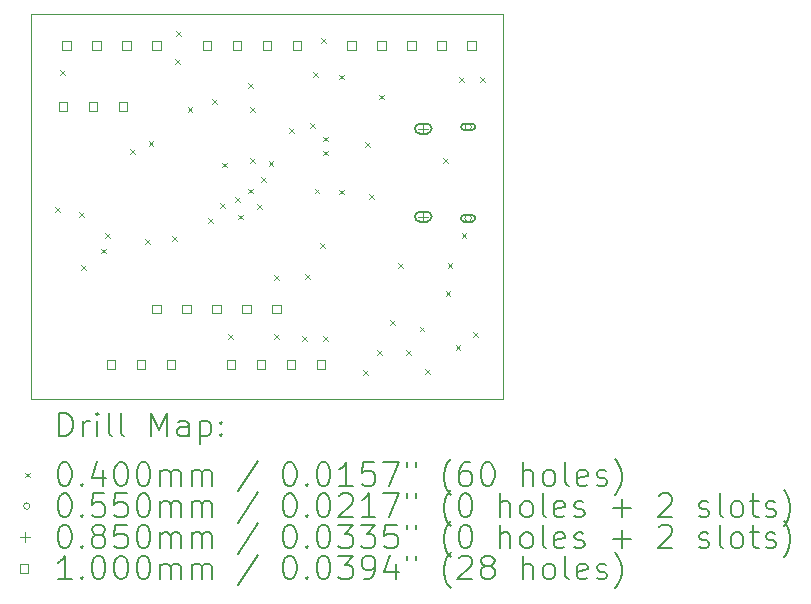
<source format=gbr>
%TF.GenerationSoftware,KiCad,Pcbnew,7.0.1-0*%
%TF.CreationDate,2023-10-24T00:06:01+02:00*%
%TF.ProjectId,SMT-32,534d542d-3332-42e6-9b69-6361645f7063,rev?*%
%TF.SameCoordinates,Original*%
%TF.FileFunction,Drillmap*%
%TF.FilePolarity,Positive*%
%FSLAX45Y45*%
G04 Gerber Fmt 4.5, Leading zero omitted, Abs format (unit mm)*
G04 Created by KiCad (PCBNEW 7.0.1-0) date 2023-10-24 00:06:01*
%MOMM*%
%LPD*%
G01*
G04 APERTURE LIST*
%ADD10C,0.100000*%
%ADD11C,0.200000*%
%ADD12C,0.040000*%
%ADD13C,0.055000*%
%ADD14C,0.085000*%
G04 APERTURE END LIST*
D10*
X7800000Y-2345000D02*
X11800000Y-2345000D01*
X11800000Y-5600000D01*
X7800000Y-5600000D01*
X7800000Y-2345000D01*
D11*
D12*
X8005000Y-3980000D02*
X8045000Y-4020000D01*
X8045000Y-3980000D02*
X8005000Y-4020000D01*
X8050000Y-2820000D02*
X8090000Y-2860000D01*
X8090000Y-2820000D02*
X8050000Y-2860000D01*
X8209600Y-4018600D02*
X8249600Y-4058600D01*
X8249600Y-4018600D02*
X8209600Y-4058600D01*
X8230000Y-4470000D02*
X8270000Y-4510000D01*
X8270000Y-4470000D02*
X8230000Y-4510000D01*
X8400000Y-4330000D02*
X8440000Y-4370000D01*
X8440000Y-4330000D02*
X8400000Y-4370000D01*
X8430000Y-4200000D02*
X8470000Y-4240000D01*
X8470000Y-4200000D02*
X8430000Y-4240000D01*
X8641400Y-3485200D02*
X8681400Y-3525200D01*
X8681400Y-3485200D02*
X8641400Y-3525200D01*
X8770000Y-4250000D02*
X8810000Y-4290000D01*
X8810000Y-4250000D02*
X8770000Y-4290000D01*
X8800000Y-3420000D02*
X8840000Y-3460000D01*
X8840000Y-3420000D02*
X8800000Y-3460000D01*
X8997000Y-4221800D02*
X9037000Y-4261800D01*
X9037000Y-4221800D02*
X8997000Y-4261800D01*
X9025000Y-2725000D02*
X9065000Y-2765000D01*
X9065000Y-2725000D02*
X9025000Y-2765000D01*
X9035000Y-2490000D02*
X9075000Y-2530000D01*
X9075000Y-2490000D02*
X9035000Y-2530000D01*
X9130000Y-3130000D02*
X9170000Y-3170000D01*
X9170000Y-3130000D02*
X9130000Y-3170000D01*
X9301800Y-4069400D02*
X9341800Y-4109400D01*
X9341800Y-4069400D02*
X9301800Y-4109400D01*
X9335000Y-3065000D02*
X9375000Y-3105000D01*
X9375000Y-3065000D02*
X9335000Y-3105000D01*
X9403400Y-3942400D02*
X9443400Y-3982400D01*
X9443400Y-3942400D02*
X9403400Y-3982400D01*
X9420000Y-3600000D02*
X9460000Y-3640000D01*
X9460000Y-3600000D02*
X9420000Y-3640000D01*
X9470000Y-5055000D02*
X9510000Y-5095000D01*
X9510000Y-5055000D02*
X9470000Y-5095000D01*
X9530400Y-3891600D02*
X9570400Y-3931600D01*
X9570400Y-3891600D02*
X9530400Y-3931600D01*
X9555000Y-4040000D02*
X9595000Y-4080000D01*
X9595000Y-4040000D02*
X9555000Y-4080000D01*
X9640000Y-2925000D02*
X9680000Y-2965000D01*
X9680000Y-2925000D02*
X9640000Y-2965000D01*
X9640000Y-3820000D02*
X9680000Y-3860000D01*
X9680000Y-3820000D02*
X9640000Y-3860000D01*
X9657400Y-3129600D02*
X9697400Y-3169600D01*
X9697400Y-3129600D02*
X9657400Y-3169600D01*
X9657400Y-3561400D02*
X9697400Y-3601400D01*
X9697400Y-3561400D02*
X9657400Y-3601400D01*
X9720000Y-3955000D02*
X9760000Y-3995000D01*
X9760000Y-3955000D02*
X9720000Y-3995000D01*
X9750000Y-3725000D02*
X9790000Y-3765000D01*
X9790000Y-3725000D02*
X9750000Y-3765000D01*
X9815000Y-3590000D02*
X9855000Y-3630000D01*
X9855000Y-3590000D02*
X9815000Y-3630000D01*
X9860600Y-4552000D02*
X9900600Y-4592000D01*
X9900600Y-4552000D02*
X9860600Y-4592000D01*
X9865000Y-5050000D02*
X9905000Y-5090000D01*
X9905000Y-5050000D02*
X9865000Y-5090000D01*
X9987600Y-3307400D02*
X10027600Y-3347400D01*
X10027600Y-3307400D02*
X9987600Y-3347400D01*
X10100000Y-5070000D02*
X10140000Y-5110000D01*
X10140000Y-5070000D02*
X10100000Y-5110000D01*
X10125000Y-4545000D02*
X10165000Y-4585000D01*
X10165000Y-4545000D02*
X10125000Y-4585000D01*
X10170000Y-3265000D02*
X10210000Y-3305000D01*
X10210000Y-3265000D02*
X10170000Y-3305000D01*
X10195000Y-2835000D02*
X10235000Y-2875000D01*
X10235000Y-2835000D02*
X10195000Y-2875000D01*
X10205000Y-3820000D02*
X10245000Y-3860000D01*
X10245000Y-3820000D02*
X10205000Y-3860000D01*
X10250000Y-4285000D02*
X10290000Y-4325000D01*
X10290000Y-4285000D02*
X10250000Y-4325000D01*
X10260000Y-2545000D02*
X10300000Y-2585000D01*
X10300000Y-2545000D02*
X10260000Y-2585000D01*
X10275000Y-3380000D02*
X10315000Y-3420000D01*
X10315000Y-3380000D02*
X10275000Y-3420000D01*
X10275000Y-3500000D02*
X10315000Y-3540000D01*
X10315000Y-3500000D02*
X10275000Y-3540000D01*
X10280000Y-5070000D02*
X10320000Y-5110000D01*
X10320000Y-5070000D02*
X10280000Y-5110000D01*
X10410000Y-2855000D02*
X10450000Y-2895000D01*
X10450000Y-2855000D02*
X10410000Y-2895000D01*
X10410000Y-3830000D02*
X10450000Y-3870000D01*
X10450000Y-3830000D02*
X10410000Y-3870000D01*
X10615000Y-5355000D02*
X10655000Y-5395000D01*
X10655000Y-5355000D02*
X10615000Y-5395000D01*
X10630000Y-3425000D02*
X10670000Y-3465000D01*
X10670000Y-3425000D02*
X10630000Y-3465000D01*
X10665000Y-3870000D02*
X10705000Y-3910000D01*
X10705000Y-3870000D02*
X10665000Y-3910000D01*
X10735000Y-5190000D02*
X10775000Y-5230000D01*
X10775000Y-5190000D02*
X10735000Y-5230000D01*
X10750000Y-3025000D02*
X10790000Y-3065000D01*
X10790000Y-3025000D02*
X10750000Y-3065000D01*
X10845000Y-4935000D02*
X10885000Y-4975000D01*
X10885000Y-4935000D02*
X10845000Y-4975000D01*
X10915000Y-4450000D02*
X10955000Y-4490000D01*
X10955000Y-4450000D02*
X10915000Y-4490000D01*
X10980000Y-5190000D02*
X11020000Y-5230000D01*
X11020000Y-5190000D02*
X10980000Y-5230000D01*
X11095000Y-4990000D02*
X11135000Y-5030000D01*
X11135000Y-4990000D02*
X11095000Y-5030000D01*
X11140000Y-5350000D02*
X11180000Y-5390000D01*
X11180000Y-5350000D02*
X11140000Y-5390000D01*
X11295000Y-3560000D02*
X11335000Y-3600000D01*
X11335000Y-3560000D02*
X11295000Y-3600000D01*
X11315000Y-4690000D02*
X11355000Y-4730000D01*
X11355000Y-4690000D02*
X11315000Y-4730000D01*
X11330000Y-4450000D02*
X11370000Y-4490000D01*
X11370000Y-4450000D02*
X11330000Y-4490000D01*
X11400000Y-5145000D02*
X11440000Y-5185000D01*
X11440000Y-5145000D02*
X11400000Y-5185000D01*
X11430000Y-2875000D02*
X11470000Y-2915000D01*
X11470000Y-2875000D02*
X11430000Y-2915000D01*
X11450000Y-4200000D02*
X11490000Y-4240000D01*
X11490000Y-4200000D02*
X11450000Y-4240000D01*
X11550000Y-5035000D02*
X11590000Y-5075000D01*
X11590000Y-5035000D02*
X11550000Y-5075000D01*
X11605000Y-2875000D02*
X11645000Y-2915000D01*
X11645000Y-2875000D02*
X11605000Y-2915000D01*
D13*
X11532500Y-3297500D02*
G75*
G03*
X11532500Y-3297500I-27500J0D01*
G01*
D11*
X11472500Y-3325000D02*
X11537500Y-3325000D01*
X11537500Y-3325000D02*
G75*
G03*
X11537500Y-3270000I0J27500D01*
G01*
X11537500Y-3270000D02*
X11472500Y-3270000D01*
X11472500Y-3270000D02*
G75*
G03*
X11472500Y-3325000I0J-27500D01*
G01*
D13*
X11532500Y-4072500D02*
G75*
G03*
X11532500Y-4072500I-27500J0D01*
G01*
D11*
X11472500Y-4100000D02*
X11537500Y-4100000D01*
X11537500Y-4100000D02*
G75*
G03*
X11537500Y-4045000I0J27500D01*
G01*
X11537500Y-4045000D02*
X11472500Y-4045000D01*
X11472500Y-4045000D02*
G75*
G03*
X11472500Y-4100000I0J-27500D01*
G01*
D14*
X11125000Y-3270000D02*
X11125000Y-3355000D01*
X11082500Y-3312500D02*
X11167500Y-3312500D01*
D11*
X11097500Y-3355000D02*
X11152500Y-3355000D01*
X11152500Y-3355000D02*
G75*
G03*
X11152500Y-3270000I0J42500D01*
G01*
X11152500Y-3270000D02*
X11097500Y-3270000D01*
X11097500Y-3270000D02*
G75*
G03*
X11097500Y-3355000I0J-42500D01*
G01*
D14*
X11125000Y-4015000D02*
X11125000Y-4100000D01*
X11082500Y-4057500D02*
X11167500Y-4057500D01*
D11*
X11097500Y-4100000D02*
X11152500Y-4100000D01*
X11152500Y-4100000D02*
G75*
G03*
X11152500Y-4015000I0J42500D01*
G01*
X11152500Y-4015000D02*
X11097500Y-4015000D01*
X11097500Y-4015000D02*
G75*
G03*
X11097500Y-4100000I0J-42500D01*
G01*
D10*
X8112556Y-3159556D02*
X8112556Y-3088844D01*
X8041844Y-3088844D01*
X8041844Y-3159556D01*
X8112556Y-3159556D01*
X8140356Y-2645356D02*
X8140356Y-2574644D01*
X8069644Y-2574644D01*
X8069644Y-2645356D01*
X8140356Y-2645356D01*
X8366556Y-3159556D02*
X8366556Y-3088844D01*
X8295844Y-3088844D01*
X8295844Y-3159556D01*
X8366556Y-3159556D01*
X8394356Y-2645356D02*
X8394356Y-2574644D01*
X8323644Y-2574644D01*
X8323644Y-2645356D01*
X8394356Y-2645356D01*
X8518956Y-5343956D02*
X8518956Y-5273244D01*
X8448244Y-5273244D01*
X8448244Y-5343956D01*
X8518956Y-5343956D01*
X8620556Y-3159556D02*
X8620556Y-3088844D01*
X8549844Y-3088844D01*
X8549844Y-3159556D01*
X8620556Y-3159556D01*
X8648356Y-2645356D02*
X8648356Y-2574644D01*
X8577644Y-2574644D01*
X8577644Y-2645356D01*
X8648356Y-2645356D01*
X8772956Y-5343956D02*
X8772956Y-5273244D01*
X8702244Y-5273244D01*
X8702244Y-5343956D01*
X8772956Y-5343956D01*
X8901356Y-4875356D02*
X8901356Y-4804644D01*
X8830644Y-4804644D01*
X8830644Y-4875356D01*
X8901356Y-4875356D01*
X8902356Y-2645356D02*
X8902356Y-2574644D01*
X8831644Y-2574644D01*
X8831644Y-2645356D01*
X8902356Y-2645356D01*
X9026956Y-5343956D02*
X9026956Y-5273244D01*
X8956244Y-5273244D01*
X8956244Y-5343956D01*
X9026956Y-5343956D01*
X9155356Y-4875356D02*
X9155356Y-4804644D01*
X9084644Y-4804644D01*
X9084644Y-4875356D01*
X9155356Y-4875356D01*
X9329556Y-2645356D02*
X9329556Y-2574644D01*
X9258844Y-2574644D01*
X9258844Y-2645356D01*
X9329556Y-2645356D01*
X9409356Y-4875356D02*
X9409356Y-4804644D01*
X9338644Y-4804644D01*
X9338644Y-4875356D01*
X9409356Y-4875356D01*
X9534956Y-5343956D02*
X9534956Y-5273244D01*
X9464244Y-5273244D01*
X9464244Y-5343956D01*
X9534956Y-5343956D01*
X9583556Y-2645356D02*
X9583556Y-2574644D01*
X9512844Y-2574644D01*
X9512844Y-2645356D01*
X9583556Y-2645356D01*
X9663356Y-4875356D02*
X9663356Y-4804644D01*
X9592644Y-4804644D01*
X9592644Y-4875356D01*
X9663356Y-4875356D01*
X9788956Y-5343956D02*
X9788956Y-5273244D01*
X9718244Y-5273244D01*
X9718244Y-5343956D01*
X9788956Y-5343956D01*
X9837556Y-2645356D02*
X9837556Y-2574644D01*
X9766844Y-2574644D01*
X9766844Y-2645356D01*
X9837556Y-2645356D01*
X9917356Y-4875356D02*
X9917356Y-4804644D01*
X9846644Y-4804644D01*
X9846644Y-4875356D01*
X9917356Y-4875356D01*
X10042956Y-5343956D02*
X10042956Y-5273244D01*
X9972244Y-5273244D01*
X9972244Y-5343956D01*
X10042956Y-5343956D01*
X10091556Y-2645356D02*
X10091556Y-2574644D01*
X10020844Y-2574644D01*
X10020844Y-2645356D01*
X10091556Y-2645356D01*
X10296956Y-5343956D02*
X10296956Y-5273244D01*
X10226244Y-5273244D01*
X10226244Y-5343956D01*
X10296956Y-5343956D01*
X10553356Y-2645356D02*
X10553356Y-2574644D01*
X10482644Y-2574644D01*
X10482644Y-2645356D01*
X10553356Y-2645356D01*
X10807356Y-2645356D02*
X10807356Y-2574644D01*
X10736644Y-2574644D01*
X10736644Y-2645356D01*
X10807356Y-2645356D01*
X11061356Y-2645356D02*
X11061356Y-2574644D01*
X10990644Y-2574644D01*
X10990644Y-2645356D01*
X11061356Y-2645356D01*
X11315356Y-2645356D02*
X11315356Y-2574644D01*
X11244644Y-2574644D01*
X11244644Y-2645356D01*
X11315356Y-2645356D01*
X11569356Y-2645356D02*
X11569356Y-2574644D01*
X11498644Y-2574644D01*
X11498644Y-2645356D01*
X11569356Y-2645356D01*
D11*
X8042619Y-5917524D02*
X8042619Y-5717524D01*
X8042619Y-5717524D02*
X8090238Y-5717524D01*
X8090238Y-5717524D02*
X8118809Y-5727048D01*
X8118809Y-5727048D02*
X8137857Y-5746095D01*
X8137857Y-5746095D02*
X8147381Y-5765143D01*
X8147381Y-5765143D02*
X8156905Y-5803238D01*
X8156905Y-5803238D02*
X8156905Y-5831809D01*
X8156905Y-5831809D02*
X8147381Y-5869905D01*
X8147381Y-5869905D02*
X8137857Y-5888952D01*
X8137857Y-5888952D02*
X8118809Y-5908000D01*
X8118809Y-5908000D02*
X8090238Y-5917524D01*
X8090238Y-5917524D02*
X8042619Y-5917524D01*
X8242619Y-5917524D02*
X8242619Y-5784190D01*
X8242619Y-5822286D02*
X8252143Y-5803238D01*
X8252143Y-5803238D02*
X8261667Y-5793714D01*
X8261667Y-5793714D02*
X8280714Y-5784190D01*
X8280714Y-5784190D02*
X8299762Y-5784190D01*
X8366428Y-5917524D02*
X8366428Y-5784190D01*
X8366428Y-5717524D02*
X8356905Y-5727048D01*
X8356905Y-5727048D02*
X8366428Y-5736571D01*
X8366428Y-5736571D02*
X8375952Y-5727048D01*
X8375952Y-5727048D02*
X8366428Y-5717524D01*
X8366428Y-5717524D02*
X8366428Y-5736571D01*
X8490238Y-5917524D02*
X8471190Y-5908000D01*
X8471190Y-5908000D02*
X8461667Y-5888952D01*
X8461667Y-5888952D02*
X8461667Y-5717524D01*
X8595000Y-5917524D02*
X8575952Y-5908000D01*
X8575952Y-5908000D02*
X8566429Y-5888952D01*
X8566429Y-5888952D02*
X8566429Y-5717524D01*
X8823571Y-5917524D02*
X8823571Y-5717524D01*
X8823571Y-5717524D02*
X8890238Y-5860381D01*
X8890238Y-5860381D02*
X8956905Y-5717524D01*
X8956905Y-5717524D02*
X8956905Y-5917524D01*
X9137857Y-5917524D02*
X9137857Y-5812762D01*
X9137857Y-5812762D02*
X9128333Y-5793714D01*
X9128333Y-5793714D02*
X9109286Y-5784190D01*
X9109286Y-5784190D02*
X9071190Y-5784190D01*
X9071190Y-5784190D02*
X9052143Y-5793714D01*
X9137857Y-5908000D02*
X9118810Y-5917524D01*
X9118810Y-5917524D02*
X9071190Y-5917524D01*
X9071190Y-5917524D02*
X9052143Y-5908000D01*
X9052143Y-5908000D02*
X9042619Y-5888952D01*
X9042619Y-5888952D02*
X9042619Y-5869905D01*
X9042619Y-5869905D02*
X9052143Y-5850857D01*
X9052143Y-5850857D02*
X9071190Y-5841333D01*
X9071190Y-5841333D02*
X9118810Y-5841333D01*
X9118810Y-5841333D02*
X9137857Y-5831809D01*
X9233095Y-5784190D02*
X9233095Y-5984190D01*
X9233095Y-5793714D02*
X9252143Y-5784190D01*
X9252143Y-5784190D02*
X9290238Y-5784190D01*
X9290238Y-5784190D02*
X9309286Y-5793714D01*
X9309286Y-5793714D02*
X9318810Y-5803238D01*
X9318810Y-5803238D02*
X9328333Y-5822286D01*
X9328333Y-5822286D02*
X9328333Y-5879428D01*
X9328333Y-5879428D02*
X9318810Y-5898476D01*
X9318810Y-5898476D02*
X9309286Y-5908000D01*
X9309286Y-5908000D02*
X9290238Y-5917524D01*
X9290238Y-5917524D02*
X9252143Y-5917524D01*
X9252143Y-5917524D02*
X9233095Y-5908000D01*
X9414048Y-5898476D02*
X9423571Y-5908000D01*
X9423571Y-5908000D02*
X9414048Y-5917524D01*
X9414048Y-5917524D02*
X9404524Y-5908000D01*
X9404524Y-5908000D02*
X9414048Y-5898476D01*
X9414048Y-5898476D02*
X9414048Y-5917524D01*
X9414048Y-5793714D02*
X9423571Y-5803238D01*
X9423571Y-5803238D02*
X9414048Y-5812762D01*
X9414048Y-5812762D02*
X9404524Y-5803238D01*
X9404524Y-5803238D02*
X9414048Y-5793714D01*
X9414048Y-5793714D02*
X9414048Y-5812762D01*
D12*
X7755000Y-6225000D02*
X7795000Y-6265000D01*
X7795000Y-6225000D02*
X7755000Y-6265000D01*
D11*
X8080714Y-6137524D02*
X8099762Y-6137524D01*
X8099762Y-6137524D02*
X8118809Y-6147048D01*
X8118809Y-6147048D02*
X8128333Y-6156571D01*
X8128333Y-6156571D02*
X8137857Y-6175619D01*
X8137857Y-6175619D02*
X8147381Y-6213714D01*
X8147381Y-6213714D02*
X8147381Y-6261333D01*
X8147381Y-6261333D02*
X8137857Y-6299428D01*
X8137857Y-6299428D02*
X8128333Y-6318476D01*
X8128333Y-6318476D02*
X8118809Y-6328000D01*
X8118809Y-6328000D02*
X8099762Y-6337524D01*
X8099762Y-6337524D02*
X8080714Y-6337524D01*
X8080714Y-6337524D02*
X8061667Y-6328000D01*
X8061667Y-6328000D02*
X8052143Y-6318476D01*
X8052143Y-6318476D02*
X8042619Y-6299428D01*
X8042619Y-6299428D02*
X8033095Y-6261333D01*
X8033095Y-6261333D02*
X8033095Y-6213714D01*
X8033095Y-6213714D02*
X8042619Y-6175619D01*
X8042619Y-6175619D02*
X8052143Y-6156571D01*
X8052143Y-6156571D02*
X8061667Y-6147048D01*
X8061667Y-6147048D02*
X8080714Y-6137524D01*
X8233095Y-6318476D02*
X8242619Y-6328000D01*
X8242619Y-6328000D02*
X8233095Y-6337524D01*
X8233095Y-6337524D02*
X8223571Y-6328000D01*
X8223571Y-6328000D02*
X8233095Y-6318476D01*
X8233095Y-6318476D02*
X8233095Y-6337524D01*
X8414048Y-6204190D02*
X8414048Y-6337524D01*
X8366428Y-6128000D02*
X8318809Y-6270857D01*
X8318809Y-6270857D02*
X8442619Y-6270857D01*
X8556905Y-6137524D02*
X8575952Y-6137524D01*
X8575952Y-6137524D02*
X8595000Y-6147048D01*
X8595000Y-6147048D02*
X8604524Y-6156571D01*
X8604524Y-6156571D02*
X8614048Y-6175619D01*
X8614048Y-6175619D02*
X8623571Y-6213714D01*
X8623571Y-6213714D02*
X8623571Y-6261333D01*
X8623571Y-6261333D02*
X8614048Y-6299428D01*
X8614048Y-6299428D02*
X8604524Y-6318476D01*
X8604524Y-6318476D02*
X8595000Y-6328000D01*
X8595000Y-6328000D02*
X8575952Y-6337524D01*
X8575952Y-6337524D02*
X8556905Y-6337524D01*
X8556905Y-6337524D02*
X8537857Y-6328000D01*
X8537857Y-6328000D02*
X8528333Y-6318476D01*
X8528333Y-6318476D02*
X8518810Y-6299428D01*
X8518810Y-6299428D02*
X8509286Y-6261333D01*
X8509286Y-6261333D02*
X8509286Y-6213714D01*
X8509286Y-6213714D02*
X8518810Y-6175619D01*
X8518810Y-6175619D02*
X8528333Y-6156571D01*
X8528333Y-6156571D02*
X8537857Y-6147048D01*
X8537857Y-6147048D02*
X8556905Y-6137524D01*
X8747381Y-6137524D02*
X8766429Y-6137524D01*
X8766429Y-6137524D02*
X8785476Y-6147048D01*
X8785476Y-6147048D02*
X8795000Y-6156571D01*
X8795000Y-6156571D02*
X8804524Y-6175619D01*
X8804524Y-6175619D02*
X8814048Y-6213714D01*
X8814048Y-6213714D02*
X8814048Y-6261333D01*
X8814048Y-6261333D02*
X8804524Y-6299428D01*
X8804524Y-6299428D02*
X8795000Y-6318476D01*
X8795000Y-6318476D02*
X8785476Y-6328000D01*
X8785476Y-6328000D02*
X8766429Y-6337524D01*
X8766429Y-6337524D02*
X8747381Y-6337524D01*
X8747381Y-6337524D02*
X8728333Y-6328000D01*
X8728333Y-6328000D02*
X8718810Y-6318476D01*
X8718810Y-6318476D02*
X8709286Y-6299428D01*
X8709286Y-6299428D02*
X8699762Y-6261333D01*
X8699762Y-6261333D02*
X8699762Y-6213714D01*
X8699762Y-6213714D02*
X8709286Y-6175619D01*
X8709286Y-6175619D02*
X8718810Y-6156571D01*
X8718810Y-6156571D02*
X8728333Y-6147048D01*
X8728333Y-6147048D02*
X8747381Y-6137524D01*
X8899762Y-6337524D02*
X8899762Y-6204190D01*
X8899762Y-6223238D02*
X8909286Y-6213714D01*
X8909286Y-6213714D02*
X8928333Y-6204190D01*
X8928333Y-6204190D02*
X8956905Y-6204190D01*
X8956905Y-6204190D02*
X8975952Y-6213714D01*
X8975952Y-6213714D02*
X8985476Y-6232762D01*
X8985476Y-6232762D02*
X8985476Y-6337524D01*
X8985476Y-6232762D02*
X8995000Y-6213714D01*
X8995000Y-6213714D02*
X9014048Y-6204190D01*
X9014048Y-6204190D02*
X9042619Y-6204190D01*
X9042619Y-6204190D02*
X9061667Y-6213714D01*
X9061667Y-6213714D02*
X9071191Y-6232762D01*
X9071191Y-6232762D02*
X9071191Y-6337524D01*
X9166429Y-6337524D02*
X9166429Y-6204190D01*
X9166429Y-6223238D02*
X9175952Y-6213714D01*
X9175952Y-6213714D02*
X9195000Y-6204190D01*
X9195000Y-6204190D02*
X9223572Y-6204190D01*
X9223572Y-6204190D02*
X9242619Y-6213714D01*
X9242619Y-6213714D02*
X9252143Y-6232762D01*
X9252143Y-6232762D02*
X9252143Y-6337524D01*
X9252143Y-6232762D02*
X9261667Y-6213714D01*
X9261667Y-6213714D02*
X9280714Y-6204190D01*
X9280714Y-6204190D02*
X9309286Y-6204190D01*
X9309286Y-6204190D02*
X9328333Y-6213714D01*
X9328333Y-6213714D02*
X9337857Y-6232762D01*
X9337857Y-6232762D02*
X9337857Y-6337524D01*
X9728333Y-6128000D02*
X9556905Y-6385143D01*
X9985476Y-6137524D02*
X10004524Y-6137524D01*
X10004524Y-6137524D02*
X10023572Y-6147048D01*
X10023572Y-6147048D02*
X10033095Y-6156571D01*
X10033095Y-6156571D02*
X10042619Y-6175619D01*
X10042619Y-6175619D02*
X10052143Y-6213714D01*
X10052143Y-6213714D02*
X10052143Y-6261333D01*
X10052143Y-6261333D02*
X10042619Y-6299428D01*
X10042619Y-6299428D02*
X10033095Y-6318476D01*
X10033095Y-6318476D02*
X10023572Y-6328000D01*
X10023572Y-6328000D02*
X10004524Y-6337524D01*
X10004524Y-6337524D02*
X9985476Y-6337524D01*
X9985476Y-6337524D02*
X9966429Y-6328000D01*
X9966429Y-6328000D02*
X9956905Y-6318476D01*
X9956905Y-6318476D02*
X9947381Y-6299428D01*
X9947381Y-6299428D02*
X9937857Y-6261333D01*
X9937857Y-6261333D02*
X9937857Y-6213714D01*
X9937857Y-6213714D02*
X9947381Y-6175619D01*
X9947381Y-6175619D02*
X9956905Y-6156571D01*
X9956905Y-6156571D02*
X9966429Y-6147048D01*
X9966429Y-6147048D02*
X9985476Y-6137524D01*
X10137857Y-6318476D02*
X10147381Y-6328000D01*
X10147381Y-6328000D02*
X10137857Y-6337524D01*
X10137857Y-6337524D02*
X10128334Y-6328000D01*
X10128334Y-6328000D02*
X10137857Y-6318476D01*
X10137857Y-6318476D02*
X10137857Y-6337524D01*
X10271191Y-6137524D02*
X10290238Y-6137524D01*
X10290238Y-6137524D02*
X10309286Y-6147048D01*
X10309286Y-6147048D02*
X10318810Y-6156571D01*
X10318810Y-6156571D02*
X10328334Y-6175619D01*
X10328334Y-6175619D02*
X10337857Y-6213714D01*
X10337857Y-6213714D02*
X10337857Y-6261333D01*
X10337857Y-6261333D02*
X10328334Y-6299428D01*
X10328334Y-6299428D02*
X10318810Y-6318476D01*
X10318810Y-6318476D02*
X10309286Y-6328000D01*
X10309286Y-6328000D02*
X10290238Y-6337524D01*
X10290238Y-6337524D02*
X10271191Y-6337524D01*
X10271191Y-6337524D02*
X10252143Y-6328000D01*
X10252143Y-6328000D02*
X10242619Y-6318476D01*
X10242619Y-6318476D02*
X10233095Y-6299428D01*
X10233095Y-6299428D02*
X10223572Y-6261333D01*
X10223572Y-6261333D02*
X10223572Y-6213714D01*
X10223572Y-6213714D02*
X10233095Y-6175619D01*
X10233095Y-6175619D02*
X10242619Y-6156571D01*
X10242619Y-6156571D02*
X10252143Y-6147048D01*
X10252143Y-6147048D02*
X10271191Y-6137524D01*
X10528334Y-6337524D02*
X10414048Y-6337524D01*
X10471191Y-6337524D02*
X10471191Y-6137524D01*
X10471191Y-6137524D02*
X10452143Y-6166095D01*
X10452143Y-6166095D02*
X10433095Y-6185143D01*
X10433095Y-6185143D02*
X10414048Y-6194667D01*
X10709286Y-6137524D02*
X10614048Y-6137524D01*
X10614048Y-6137524D02*
X10604524Y-6232762D01*
X10604524Y-6232762D02*
X10614048Y-6223238D01*
X10614048Y-6223238D02*
X10633095Y-6213714D01*
X10633095Y-6213714D02*
X10680715Y-6213714D01*
X10680715Y-6213714D02*
X10699762Y-6223238D01*
X10699762Y-6223238D02*
X10709286Y-6232762D01*
X10709286Y-6232762D02*
X10718810Y-6251809D01*
X10718810Y-6251809D02*
X10718810Y-6299428D01*
X10718810Y-6299428D02*
X10709286Y-6318476D01*
X10709286Y-6318476D02*
X10699762Y-6328000D01*
X10699762Y-6328000D02*
X10680715Y-6337524D01*
X10680715Y-6337524D02*
X10633095Y-6337524D01*
X10633095Y-6337524D02*
X10614048Y-6328000D01*
X10614048Y-6328000D02*
X10604524Y-6318476D01*
X10785476Y-6137524D02*
X10918810Y-6137524D01*
X10918810Y-6137524D02*
X10833095Y-6337524D01*
X10985476Y-6137524D02*
X10985476Y-6175619D01*
X11061667Y-6137524D02*
X11061667Y-6175619D01*
X11356905Y-6413714D02*
X11347381Y-6404190D01*
X11347381Y-6404190D02*
X11328334Y-6375619D01*
X11328334Y-6375619D02*
X11318810Y-6356571D01*
X11318810Y-6356571D02*
X11309286Y-6328000D01*
X11309286Y-6328000D02*
X11299762Y-6280381D01*
X11299762Y-6280381D02*
X11299762Y-6242286D01*
X11299762Y-6242286D02*
X11309286Y-6194667D01*
X11309286Y-6194667D02*
X11318810Y-6166095D01*
X11318810Y-6166095D02*
X11328334Y-6147048D01*
X11328334Y-6147048D02*
X11347381Y-6118476D01*
X11347381Y-6118476D02*
X11356905Y-6108952D01*
X11518810Y-6137524D02*
X11480714Y-6137524D01*
X11480714Y-6137524D02*
X11461667Y-6147048D01*
X11461667Y-6147048D02*
X11452143Y-6156571D01*
X11452143Y-6156571D02*
X11433095Y-6185143D01*
X11433095Y-6185143D02*
X11423572Y-6223238D01*
X11423572Y-6223238D02*
X11423572Y-6299428D01*
X11423572Y-6299428D02*
X11433095Y-6318476D01*
X11433095Y-6318476D02*
X11442619Y-6328000D01*
X11442619Y-6328000D02*
X11461667Y-6337524D01*
X11461667Y-6337524D02*
X11499762Y-6337524D01*
X11499762Y-6337524D02*
X11518810Y-6328000D01*
X11518810Y-6328000D02*
X11528334Y-6318476D01*
X11528334Y-6318476D02*
X11537857Y-6299428D01*
X11537857Y-6299428D02*
X11537857Y-6251809D01*
X11537857Y-6251809D02*
X11528334Y-6232762D01*
X11528334Y-6232762D02*
X11518810Y-6223238D01*
X11518810Y-6223238D02*
X11499762Y-6213714D01*
X11499762Y-6213714D02*
X11461667Y-6213714D01*
X11461667Y-6213714D02*
X11442619Y-6223238D01*
X11442619Y-6223238D02*
X11433095Y-6232762D01*
X11433095Y-6232762D02*
X11423572Y-6251809D01*
X11661667Y-6137524D02*
X11680715Y-6137524D01*
X11680715Y-6137524D02*
X11699762Y-6147048D01*
X11699762Y-6147048D02*
X11709286Y-6156571D01*
X11709286Y-6156571D02*
X11718810Y-6175619D01*
X11718810Y-6175619D02*
X11728334Y-6213714D01*
X11728334Y-6213714D02*
X11728334Y-6261333D01*
X11728334Y-6261333D02*
X11718810Y-6299428D01*
X11718810Y-6299428D02*
X11709286Y-6318476D01*
X11709286Y-6318476D02*
X11699762Y-6328000D01*
X11699762Y-6328000D02*
X11680715Y-6337524D01*
X11680715Y-6337524D02*
X11661667Y-6337524D01*
X11661667Y-6337524D02*
X11642619Y-6328000D01*
X11642619Y-6328000D02*
X11633095Y-6318476D01*
X11633095Y-6318476D02*
X11623572Y-6299428D01*
X11623572Y-6299428D02*
X11614048Y-6261333D01*
X11614048Y-6261333D02*
X11614048Y-6213714D01*
X11614048Y-6213714D02*
X11623572Y-6175619D01*
X11623572Y-6175619D02*
X11633095Y-6156571D01*
X11633095Y-6156571D02*
X11642619Y-6147048D01*
X11642619Y-6147048D02*
X11661667Y-6137524D01*
X11966429Y-6337524D02*
X11966429Y-6137524D01*
X12052143Y-6337524D02*
X12052143Y-6232762D01*
X12052143Y-6232762D02*
X12042619Y-6213714D01*
X12042619Y-6213714D02*
X12023572Y-6204190D01*
X12023572Y-6204190D02*
X11995000Y-6204190D01*
X11995000Y-6204190D02*
X11975953Y-6213714D01*
X11975953Y-6213714D02*
X11966429Y-6223238D01*
X12175953Y-6337524D02*
X12156905Y-6328000D01*
X12156905Y-6328000D02*
X12147381Y-6318476D01*
X12147381Y-6318476D02*
X12137857Y-6299428D01*
X12137857Y-6299428D02*
X12137857Y-6242286D01*
X12137857Y-6242286D02*
X12147381Y-6223238D01*
X12147381Y-6223238D02*
X12156905Y-6213714D01*
X12156905Y-6213714D02*
X12175953Y-6204190D01*
X12175953Y-6204190D02*
X12204524Y-6204190D01*
X12204524Y-6204190D02*
X12223572Y-6213714D01*
X12223572Y-6213714D02*
X12233096Y-6223238D01*
X12233096Y-6223238D02*
X12242619Y-6242286D01*
X12242619Y-6242286D02*
X12242619Y-6299428D01*
X12242619Y-6299428D02*
X12233096Y-6318476D01*
X12233096Y-6318476D02*
X12223572Y-6328000D01*
X12223572Y-6328000D02*
X12204524Y-6337524D01*
X12204524Y-6337524D02*
X12175953Y-6337524D01*
X12356905Y-6337524D02*
X12337857Y-6328000D01*
X12337857Y-6328000D02*
X12328334Y-6308952D01*
X12328334Y-6308952D02*
X12328334Y-6137524D01*
X12509286Y-6328000D02*
X12490238Y-6337524D01*
X12490238Y-6337524D02*
X12452143Y-6337524D01*
X12452143Y-6337524D02*
X12433096Y-6328000D01*
X12433096Y-6328000D02*
X12423572Y-6308952D01*
X12423572Y-6308952D02*
X12423572Y-6232762D01*
X12423572Y-6232762D02*
X12433096Y-6213714D01*
X12433096Y-6213714D02*
X12452143Y-6204190D01*
X12452143Y-6204190D02*
X12490238Y-6204190D01*
X12490238Y-6204190D02*
X12509286Y-6213714D01*
X12509286Y-6213714D02*
X12518810Y-6232762D01*
X12518810Y-6232762D02*
X12518810Y-6251809D01*
X12518810Y-6251809D02*
X12423572Y-6270857D01*
X12595000Y-6328000D02*
X12614048Y-6337524D01*
X12614048Y-6337524D02*
X12652143Y-6337524D01*
X12652143Y-6337524D02*
X12671191Y-6328000D01*
X12671191Y-6328000D02*
X12680715Y-6308952D01*
X12680715Y-6308952D02*
X12680715Y-6299428D01*
X12680715Y-6299428D02*
X12671191Y-6280381D01*
X12671191Y-6280381D02*
X12652143Y-6270857D01*
X12652143Y-6270857D02*
X12623572Y-6270857D01*
X12623572Y-6270857D02*
X12604524Y-6261333D01*
X12604524Y-6261333D02*
X12595000Y-6242286D01*
X12595000Y-6242286D02*
X12595000Y-6232762D01*
X12595000Y-6232762D02*
X12604524Y-6213714D01*
X12604524Y-6213714D02*
X12623572Y-6204190D01*
X12623572Y-6204190D02*
X12652143Y-6204190D01*
X12652143Y-6204190D02*
X12671191Y-6213714D01*
X12747381Y-6413714D02*
X12756905Y-6404190D01*
X12756905Y-6404190D02*
X12775953Y-6375619D01*
X12775953Y-6375619D02*
X12785477Y-6356571D01*
X12785477Y-6356571D02*
X12795000Y-6328000D01*
X12795000Y-6328000D02*
X12804524Y-6280381D01*
X12804524Y-6280381D02*
X12804524Y-6242286D01*
X12804524Y-6242286D02*
X12795000Y-6194667D01*
X12795000Y-6194667D02*
X12785477Y-6166095D01*
X12785477Y-6166095D02*
X12775953Y-6147048D01*
X12775953Y-6147048D02*
X12756905Y-6118476D01*
X12756905Y-6118476D02*
X12747381Y-6108952D01*
D13*
X7795000Y-6509000D02*
G75*
G03*
X7795000Y-6509000I-27500J0D01*
G01*
D11*
X8080714Y-6401524D02*
X8099762Y-6401524D01*
X8099762Y-6401524D02*
X8118809Y-6411048D01*
X8118809Y-6411048D02*
X8128333Y-6420571D01*
X8128333Y-6420571D02*
X8137857Y-6439619D01*
X8137857Y-6439619D02*
X8147381Y-6477714D01*
X8147381Y-6477714D02*
X8147381Y-6525333D01*
X8147381Y-6525333D02*
X8137857Y-6563428D01*
X8137857Y-6563428D02*
X8128333Y-6582476D01*
X8128333Y-6582476D02*
X8118809Y-6592000D01*
X8118809Y-6592000D02*
X8099762Y-6601524D01*
X8099762Y-6601524D02*
X8080714Y-6601524D01*
X8080714Y-6601524D02*
X8061667Y-6592000D01*
X8061667Y-6592000D02*
X8052143Y-6582476D01*
X8052143Y-6582476D02*
X8042619Y-6563428D01*
X8042619Y-6563428D02*
X8033095Y-6525333D01*
X8033095Y-6525333D02*
X8033095Y-6477714D01*
X8033095Y-6477714D02*
X8042619Y-6439619D01*
X8042619Y-6439619D02*
X8052143Y-6420571D01*
X8052143Y-6420571D02*
X8061667Y-6411048D01*
X8061667Y-6411048D02*
X8080714Y-6401524D01*
X8233095Y-6582476D02*
X8242619Y-6592000D01*
X8242619Y-6592000D02*
X8233095Y-6601524D01*
X8233095Y-6601524D02*
X8223571Y-6592000D01*
X8223571Y-6592000D02*
X8233095Y-6582476D01*
X8233095Y-6582476D02*
X8233095Y-6601524D01*
X8423571Y-6401524D02*
X8328333Y-6401524D01*
X8328333Y-6401524D02*
X8318809Y-6496762D01*
X8318809Y-6496762D02*
X8328333Y-6487238D01*
X8328333Y-6487238D02*
X8347381Y-6477714D01*
X8347381Y-6477714D02*
X8395000Y-6477714D01*
X8395000Y-6477714D02*
X8414048Y-6487238D01*
X8414048Y-6487238D02*
X8423571Y-6496762D01*
X8423571Y-6496762D02*
X8433095Y-6515809D01*
X8433095Y-6515809D02*
X8433095Y-6563428D01*
X8433095Y-6563428D02*
X8423571Y-6582476D01*
X8423571Y-6582476D02*
X8414048Y-6592000D01*
X8414048Y-6592000D02*
X8395000Y-6601524D01*
X8395000Y-6601524D02*
X8347381Y-6601524D01*
X8347381Y-6601524D02*
X8328333Y-6592000D01*
X8328333Y-6592000D02*
X8318809Y-6582476D01*
X8614048Y-6401524D02*
X8518810Y-6401524D01*
X8518810Y-6401524D02*
X8509286Y-6496762D01*
X8509286Y-6496762D02*
X8518810Y-6487238D01*
X8518810Y-6487238D02*
X8537857Y-6477714D01*
X8537857Y-6477714D02*
X8585476Y-6477714D01*
X8585476Y-6477714D02*
X8604524Y-6487238D01*
X8604524Y-6487238D02*
X8614048Y-6496762D01*
X8614048Y-6496762D02*
X8623571Y-6515809D01*
X8623571Y-6515809D02*
X8623571Y-6563428D01*
X8623571Y-6563428D02*
X8614048Y-6582476D01*
X8614048Y-6582476D02*
X8604524Y-6592000D01*
X8604524Y-6592000D02*
X8585476Y-6601524D01*
X8585476Y-6601524D02*
X8537857Y-6601524D01*
X8537857Y-6601524D02*
X8518810Y-6592000D01*
X8518810Y-6592000D02*
X8509286Y-6582476D01*
X8747381Y-6401524D02*
X8766429Y-6401524D01*
X8766429Y-6401524D02*
X8785476Y-6411048D01*
X8785476Y-6411048D02*
X8795000Y-6420571D01*
X8795000Y-6420571D02*
X8804524Y-6439619D01*
X8804524Y-6439619D02*
X8814048Y-6477714D01*
X8814048Y-6477714D02*
X8814048Y-6525333D01*
X8814048Y-6525333D02*
X8804524Y-6563428D01*
X8804524Y-6563428D02*
X8795000Y-6582476D01*
X8795000Y-6582476D02*
X8785476Y-6592000D01*
X8785476Y-6592000D02*
X8766429Y-6601524D01*
X8766429Y-6601524D02*
X8747381Y-6601524D01*
X8747381Y-6601524D02*
X8728333Y-6592000D01*
X8728333Y-6592000D02*
X8718810Y-6582476D01*
X8718810Y-6582476D02*
X8709286Y-6563428D01*
X8709286Y-6563428D02*
X8699762Y-6525333D01*
X8699762Y-6525333D02*
X8699762Y-6477714D01*
X8699762Y-6477714D02*
X8709286Y-6439619D01*
X8709286Y-6439619D02*
X8718810Y-6420571D01*
X8718810Y-6420571D02*
X8728333Y-6411048D01*
X8728333Y-6411048D02*
X8747381Y-6401524D01*
X8899762Y-6601524D02*
X8899762Y-6468190D01*
X8899762Y-6487238D02*
X8909286Y-6477714D01*
X8909286Y-6477714D02*
X8928333Y-6468190D01*
X8928333Y-6468190D02*
X8956905Y-6468190D01*
X8956905Y-6468190D02*
X8975952Y-6477714D01*
X8975952Y-6477714D02*
X8985476Y-6496762D01*
X8985476Y-6496762D02*
X8985476Y-6601524D01*
X8985476Y-6496762D02*
X8995000Y-6477714D01*
X8995000Y-6477714D02*
X9014048Y-6468190D01*
X9014048Y-6468190D02*
X9042619Y-6468190D01*
X9042619Y-6468190D02*
X9061667Y-6477714D01*
X9061667Y-6477714D02*
X9071191Y-6496762D01*
X9071191Y-6496762D02*
X9071191Y-6601524D01*
X9166429Y-6601524D02*
X9166429Y-6468190D01*
X9166429Y-6487238D02*
X9175952Y-6477714D01*
X9175952Y-6477714D02*
X9195000Y-6468190D01*
X9195000Y-6468190D02*
X9223572Y-6468190D01*
X9223572Y-6468190D02*
X9242619Y-6477714D01*
X9242619Y-6477714D02*
X9252143Y-6496762D01*
X9252143Y-6496762D02*
X9252143Y-6601524D01*
X9252143Y-6496762D02*
X9261667Y-6477714D01*
X9261667Y-6477714D02*
X9280714Y-6468190D01*
X9280714Y-6468190D02*
X9309286Y-6468190D01*
X9309286Y-6468190D02*
X9328333Y-6477714D01*
X9328333Y-6477714D02*
X9337857Y-6496762D01*
X9337857Y-6496762D02*
X9337857Y-6601524D01*
X9728333Y-6392000D02*
X9556905Y-6649143D01*
X9985476Y-6401524D02*
X10004524Y-6401524D01*
X10004524Y-6401524D02*
X10023572Y-6411048D01*
X10023572Y-6411048D02*
X10033095Y-6420571D01*
X10033095Y-6420571D02*
X10042619Y-6439619D01*
X10042619Y-6439619D02*
X10052143Y-6477714D01*
X10052143Y-6477714D02*
X10052143Y-6525333D01*
X10052143Y-6525333D02*
X10042619Y-6563428D01*
X10042619Y-6563428D02*
X10033095Y-6582476D01*
X10033095Y-6582476D02*
X10023572Y-6592000D01*
X10023572Y-6592000D02*
X10004524Y-6601524D01*
X10004524Y-6601524D02*
X9985476Y-6601524D01*
X9985476Y-6601524D02*
X9966429Y-6592000D01*
X9966429Y-6592000D02*
X9956905Y-6582476D01*
X9956905Y-6582476D02*
X9947381Y-6563428D01*
X9947381Y-6563428D02*
X9937857Y-6525333D01*
X9937857Y-6525333D02*
X9937857Y-6477714D01*
X9937857Y-6477714D02*
X9947381Y-6439619D01*
X9947381Y-6439619D02*
X9956905Y-6420571D01*
X9956905Y-6420571D02*
X9966429Y-6411048D01*
X9966429Y-6411048D02*
X9985476Y-6401524D01*
X10137857Y-6582476D02*
X10147381Y-6592000D01*
X10147381Y-6592000D02*
X10137857Y-6601524D01*
X10137857Y-6601524D02*
X10128334Y-6592000D01*
X10128334Y-6592000D02*
X10137857Y-6582476D01*
X10137857Y-6582476D02*
X10137857Y-6601524D01*
X10271191Y-6401524D02*
X10290238Y-6401524D01*
X10290238Y-6401524D02*
X10309286Y-6411048D01*
X10309286Y-6411048D02*
X10318810Y-6420571D01*
X10318810Y-6420571D02*
X10328334Y-6439619D01*
X10328334Y-6439619D02*
X10337857Y-6477714D01*
X10337857Y-6477714D02*
X10337857Y-6525333D01*
X10337857Y-6525333D02*
X10328334Y-6563428D01*
X10328334Y-6563428D02*
X10318810Y-6582476D01*
X10318810Y-6582476D02*
X10309286Y-6592000D01*
X10309286Y-6592000D02*
X10290238Y-6601524D01*
X10290238Y-6601524D02*
X10271191Y-6601524D01*
X10271191Y-6601524D02*
X10252143Y-6592000D01*
X10252143Y-6592000D02*
X10242619Y-6582476D01*
X10242619Y-6582476D02*
X10233095Y-6563428D01*
X10233095Y-6563428D02*
X10223572Y-6525333D01*
X10223572Y-6525333D02*
X10223572Y-6477714D01*
X10223572Y-6477714D02*
X10233095Y-6439619D01*
X10233095Y-6439619D02*
X10242619Y-6420571D01*
X10242619Y-6420571D02*
X10252143Y-6411048D01*
X10252143Y-6411048D02*
X10271191Y-6401524D01*
X10414048Y-6420571D02*
X10423572Y-6411048D01*
X10423572Y-6411048D02*
X10442619Y-6401524D01*
X10442619Y-6401524D02*
X10490238Y-6401524D01*
X10490238Y-6401524D02*
X10509286Y-6411048D01*
X10509286Y-6411048D02*
X10518810Y-6420571D01*
X10518810Y-6420571D02*
X10528334Y-6439619D01*
X10528334Y-6439619D02*
X10528334Y-6458667D01*
X10528334Y-6458667D02*
X10518810Y-6487238D01*
X10518810Y-6487238D02*
X10404524Y-6601524D01*
X10404524Y-6601524D02*
X10528334Y-6601524D01*
X10718810Y-6601524D02*
X10604524Y-6601524D01*
X10661667Y-6601524D02*
X10661667Y-6401524D01*
X10661667Y-6401524D02*
X10642619Y-6430095D01*
X10642619Y-6430095D02*
X10623572Y-6449143D01*
X10623572Y-6449143D02*
X10604524Y-6458667D01*
X10785476Y-6401524D02*
X10918810Y-6401524D01*
X10918810Y-6401524D02*
X10833095Y-6601524D01*
X10985476Y-6401524D02*
X10985476Y-6439619D01*
X11061667Y-6401524D02*
X11061667Y-6439619D01*
X11356905Y-6677714D02*
X11347381Y-6668190D01*
X11347381Y-6668190D02*
X11328334Y-6639619D01*
X11328334Y-6639619D02*
X11318810Y-6620571D01*
X11318810Y-6620571D02*
X11309286Y-6592000D01*
X11309286Y-6592000D02*
X11299762Y-6544381D01*
X11299762Y-6544381D02*
X11299762Y-6506286D01*
X11299762Y-6506286D02*
X11309286Y-6458667D01*
X11309286Y-6458667D02*
X11318810Y-6430095D01*
X11318810Y-6430095D02*
X11328334Y-6411048D01*
X11328334Y-6411048D02*
X11347381Y-6382476D01*
X11347381Y-6382476D02*
X11356905Y-6372952D01*
X11471191Y-6401524D02*
X11490238Y-6401524D01*
X11490238Y-6401524D02*
X11509286Y-6411048D01*
X11509286Y-6411048D02*
X11518810Y-6420571D01*
X11518810Y-6420571D02*
X11528334Y-6439619D01*
X11528334Y-6439619D02*
X11537857Y-6477714D01*
X11537857Y-6477714D02*
X11537857Y-6525333D01*
X11537857Y-6525333D02*
X11528334Y-6563428D01*
X11528334Y-6563428D02*
X11518810Y-6582476D01*
X11518810Y-6582476D02*
X11509286Y-6592000D01*
X11509286Y-6592000D02*
X11490238Y-6601524D01*
X11490238Y-6601524D02*
X11471191Y-6601524D01*
X11471191Y-6601524D02*
X11452143Y-6592000D01*
X11452143Y-6592000D02*
X11442619Y-6582476D01*
X11442619Y-6582476D02*
X11433095Y-6563428D01*
X11433095Y-6563428D02*
X11423572Y-6525333D01*
X11423572Y-6525333D02*
X11423572Y-6477714D01*
X11423572Y-6477714D02*
X11433095Y-6439619D01*
X11433095Y-6439619D02*
X11442619Y-6420571D01*
X11442619Y-6420571D02*
X11452143Y-6411048D01*
X11452143Y-6411048D02*
X11471191Y-6401524D01*
X11775953Y-6601524D02*
X11775953Y-6401524D01*
X11861667Y-6601524D02*
X11861667Y-6496762D01*
X11861667Y-6496762D02*
X11852143Y-6477714D01*
X11852143Y-6477714D02*
X11833096Y-6468190D01*
X11833096Y-6468190D02*
X11804524Y-6468190D01*
X11804524Y-6468190D02*
X11785476Y-6477714D01*
X11785476Y-6477714D02*
X11775953Y-6487238D01*
X11985476Y-6601524D02*
X11966429Y-6592000D01*
X11966429Y-6592000D02*
X11956905Y-6582476D01*
X11956905Y-6582476D02*
X11947381Y-6563428D01*
X11947381Y-6563428D02*
X11947381Y-6506286D01*
X11947381Y-6506286D02*
X11956905Y-6487238D01*
X11956905Y-6487238D02*
X11966429Y-6477714D01*
X11966429Y-6477714D02*
X11985476Y-6468190D01*
X11985476Y-6468190D02*
X12014048Y-6468190D01*
X12014048Y-6468190D02*
X12033096Y-6477714D01*
X12033096Y-6477714D02*
X12042619Y-6487238D01*
X12042619Y-6487238D02*
X12052143Y-6506286D01*
X12052143Y-6506286D02*
X12052143Y-6563428D01*
X12052143Y-6563428D02*
X12042619Y-6582476D01*
X12042619Y-6582476D02*
X12033096Y-6592000D01*
X12033096Y-6592000D02*
X12014048Y-6601524D01*
X12014048Y-6601524D02*
X11985476Y-6601524D01*
X12166429Y-6601524D02*
X12147381Y-6592000D01*
X12147381Y-6592000D02*
X12137857Y-6572952D01*
X12137857Y-6572952D02*
X12137857Y-6401524D01*
X12318810Y-6592000D02*
X12299762Y-6601524D01*
X12299762Y-6601524D02*
X12261667Y-6601524D01*
X12261667Y-6601524D02*
X12242619Y-6592000D01*
X12242619Y-6592000D02*
X12233096Y-6572952D01*
X12233096Y-6572952D02*
X12233096Y-6496762D01*
X12233096Y-6496762D02*
X12242619Y-6477714D01*
X12242619Y-6477714D02*
X12261667Y-6468190D01*
X12261667Y-6468190D02*
X12299762Y-6468190D01*
X12299762Y-6468190D02*
X12318810Y-6477714D01*
X12318810Y-6477714D02*
X12328334Y-6496762D01*
X12328334Y-6496762D02*
X12328334Y-6515809D01*
X12328334Y-6515809D02*
X12233096Y-6534857D01*
X12404524Y-6592000D02*
X12423572Y-6601524D01*
X12423572Y-6601524D02*
X12461667Y-6601524D01*
X12461667Y-6601524D02*
X12480715Y-6592000D01*
X12480715Y-6592000D02*
X12490238Y-6572952D01*
X12490238Y-6572952D02*
X12490238Y-6563428D01*
X12490238Y-6563428D02*
X12480715Y-6544381D01*
X12480715Y-6544381D02*
X12461667Y-6534857D01*
X12461667Y-6534857D02*
X12433096Y-6534857D01*
X12433096Y-6534857D02*
X12414048Y-6525333D01*
X12414048Y-6525333D02*
X12404524Y-6506286D01*
X12404524Y-6506286D02*
X12404524Y-6496762D01*
X12404524Y-6496762D02*
X12414048Y-6477714D01*
X12414048Y-6477714D02*
X12433096Y-6468190D01*
X12433096Y-6468190D02*
X12461667Y-6468190D01*
X12461667Y-6468190D02*
X12480715Y-6477714D01*
X12728334Y-6525333D02*
X12880715Y-6525333D01*
X12804524Y-6601524D02*
X12804524Y-6449143D01*
X13118810Y-6420571D02*
X13128334Y-6411048D01*
X13128334Y-6411048D02*
X13147381Y-6401524D01*
X13147381Y-6401524D02*
X13195000Y-6401524D01*
X13195000Y-6401524D02*
X13214048Y-6411048D01*
X13214048Y-6411048D02*
X13223572Y-6420571D01*
X13223572Y-6420571D02*
X13233096Y-6439619D01*
X13233096Y-6439619D02*
X13233096Y-6458667D01*
X13233096Y-6458667D02*
X13223572Y-6487238D01*
X13223572Y-6487238D02*
X13109286Y-6601524D01*
X13109286Y-6601524D02*
X13233096Y-6601524D01*
X13461667Y-6592000D02*
X13480715Y-6601524D01*
X13480715Y-6601524D02*
X13518810Y-6601524D01*
X13518810Y-6601524D02*
X13537858Y-6592000D01*
X13537858Y-6592000D02*
X13547381Y-6572952D01*
X13547381Y-6572952D02*
X13547381Y-6563428D01*
X13547381Y-6563428D02*
X13537858Y-6544381D01*
X13537858Y-6544381D02*
X13518810Y-6534857D01*
X13518810Y-6534857D02*
X13490239Y-6534857D01*
X13490239Y-6534857D02*
X13471191Y-6525333D01*
X13471191Y-6525333D02*
X13461667Y-6506286D01*
X13461667Y-6506286D02*
X13461667Y-6496762D01*
X13461667Y-6496762D02*
X13471191Y-6477714D01*
X13471191Y-6477714D02*
X13490239Y-6468190D01*
X13490239Y-6468190D02*
X13518810Y-6468190D01*
X13518810Y-6468190D02*
X13537858Y-6477714D01*
X13661667Y-6601524D02*
X13642620Y-6592000D01*
X13642620Y-6592000D02*
X13633096Y-6572952D01*
X13633096Y-6572952D02*
X13633096Y-6401524D01*
X13766429Y-6601524D02*
X13747381Y-6592000D01*
X13747381Y-6592000D02*
X13737858Y-6582476D01*
X13737858Y-6582476D02*
X13728334Y-6563428D01*
X13728334Y-6563428D02*
X13728334Y-6506286D01*
X13728334Y-6506286D02*
X13737858Y-6487238D01*
X13737858Y-6487238D02*
X13747381Y-6477714D01*
X13747381Y-6477714D02*
X13766429Y-6468190D01*
X13766429Y-6468190D02*
X13795001Y-6468190D01*
X13795001Y-6468190D02*
X13814048Y-6477714D01*
X13814048Y-6477714D02*
X13823572Y-6487238D01*
X13823572Y-6487238D02*
X13833096Y-6506286D01*
X13833096Y-6506286D02*
X13833096Y-6563428D01*
X13833096Y-6563428D02*
X13823572Y-6582476D01*
X13823572Y-6582476D02*
X13814048Y-6592000D01*
X13814048Y-6592000D02*
X13795001Y-6601524D01*
X13795001Y-6601524D02*
X13766429Y-6601524D01*
X13890239Y-6468190D02*
X13966429Y-6468190D01*
X13918810Y-6401524D02*
X13918810Y-6572952D01*
X13918810Y-6572952D02*
X13928334Y-6592000D01*
X13928334Y-6592000D02*
X13947381Y-6601524D01*
X13947381Y-6601524D02*
X13966429Y-6601524D01*
X14023572Y-6592000D02*
X14042620Y-6601524D01*
X14042620Y-6601524D02*
X14080715Y-6601524D01*
X14080715Y-6601524D02*
X14099762Y-6592000D01*
X14099762Y-6592000D02*
X14109286Y-6572952D01*
X14109286Y-6572952D02*
X14109286Y-6563428D01*
X14109286Y-6563428D02*
X14099762Y-6544381D01*
X14099762Y-6544381D02*
X14080715Y-6534857D01*
X14080715Y-6534857D02*
X14052143Y-6534857D01*
X14052143Y-6534857D02*
X14033096Y-6525333D01*
X14033096Y-6525333D02*
X14023572Y-6506286D01*
X14023572Y-6506286D02*
X14023572Y-6496762D01*
X14023572Y-6496762D02*
X14033096Y-6477714D01*
X14033096Y-6477714D02*
X14052143Y-6468190D01*
X14052143Y-6468190D02*
X14080715Y-6468190D01*
X14080715Y-6468190D02*
X14099762Y-6477714D01*
X14175953Y-6677714D02*
X14185477Y-6668190D01*
X14185477Y-6668190D02*
X14204524Y-6639619D01*
X14204524Y-6639619D02*
X14214048Y-6620571D01*
X14214048Y-6620571D02*
X14223572Y-6592000D01*
X14223572Y-6592000D02*
X14233096Y-6544381D01*
X14233096Y-6544381D02*
X14233096Y-6506286D01*
X14233096Y-6506286D02*
X14223572Y-6458667D01*
X14223572Y-6458667D02*
X14214048Y-6430095D01*
X14214048Y-6430095D02*
X14204524Y-6411048D01*
X14204524Y-6411048D02*
X14185477Y-6382476D01*
X14185477Y-6382476D02*
X14175953Y-6372952D01*
D14*
X7752500Y-6730500D02*
X7752500Y-6815500D01*
X7710000Y-6773000D02*
X7795000Y-6773000D01*
D11*
X8080714Y-6665524D02*
X8099762Y-6665524D01*
X8099762Y-6665524D02*
X8118809Y-6675048D01*
X8118809Y-6675048D02*
X8128333Y-6684571D01*
X8128333Y-6684571D02*
X8137857Y-6703619D01*
X8137857Y-6703619D02*
X8147381Y-6741714D01*
X8147381Y-6741714D02*
X8147381Y-6789333D01*
X8147381Y-6789333D02*
X8137857Y-6827428D01*
X8137857Y-6827428D02*
X8128333Y-6846476D01*
X8128333Y-6846476D02*
X8118809Y-6856000D01*
X8118809Y-6856000D02*
X8099762Y-6865524D01*
X8099762Y-6865524D02*
X8080714Y-6865524D01*
X8080714Y-6865524D02*
X8061667Y-6856000D01*
X8061667Y-6856000D02*
X8052143Y-6846476D01*
X8052143Y-6846476D02*
X8042619Y-6827428D01*
X8042619Y-6827428D02*
X8033095Y-6789333D01*
X8033095Y-6789333D02*
X8033095Y-6741714D01*
X8033095Y-6741714D02*
X8042619Y-6703619D01*
X8042619Y-6703619D02*
X8052143Y-6684571D01*
X8052143Y-6684571D02*
X8061667Y-6675048D01*
X8061667Y-6675048D02*
X8080714Y-6665524D01*
X8233095Y-6846476D02*
X8242619Y-6856000D01*
X8242619Y-6856000D02*
X8233095Y-6865524D01*
X8233095Y-6865524D02*
X8223571Y-6856000D01*
X8223571Y-6856000D02*
X8233095Y-6846476D01*
X8233095Y-6846476D02*
X8233095Y-6865524D01*
X8356905Y-6751238D02*
X8337857Y-6741714D01*
X8337857Y-6741714D02*
X8328333Y-6732190D01*
X8328333Y-6732190D02*
X8318809Y-6713143D01*
X8318809Y-6713143D02*
X8318809Y-6703619D01*
X8318809Y-6703619D02*
X8328333Y-6684571D01*
X8328333Y-6684571D02*
X8337857Y-6675048D01*
X8337857Y-6675048D02*
X8356905Y-6665524D01*
X8356905Y-6665524D02*
X8395000Y-6665524D01*
X8395000Y-6665524D02*
X8414048Y-6675048D01*
X8414048Y-6675048D02*
X8423571Y-6684571D01*
X8423571Y-6684571D02*
X8433095Y-6703619D01*
X8433095Y-6703619D02*
X8433095Y-6713143D01*
X8433095Y-6713143D02*
X8423571Y-6732190D01*
X8423571Y-6732190D02*
X8414048Y-6741714D01*
X8414048Y-6741714D02*
X8395000Y-6751238D01*
X8395000Y-6751238D02*
X8356905Y-6751238D01*
X8356905Y-6751238D02*
X8337857Y-6760762D01*
X8337857Y-6760762D02*
X8328333Y-6770286D01*
X8328333Y-6770286D02*
X8318809Y-6789333D01*
X8318809Y-6789333D02*
X8318809Y-6827428D01*
X8318809Y-6827428D02*
X8328333Y-6846476D01*
X8328333Y-6846476D02*
X8337857Y-6856000D01*
X8337857Y-6856000D02*
X8356905Y-6865524D01*
X8356905Y-6865524D02*
X8395000Y-6865524D01*
X8395000Y-6865524D02*
X8414048Y-6856000D01*
X8414048Y-6856000D02*
X8423571Y-6846476D01*
X8423571Y-6846476D02*
X8433095Y-6827428D01*
X8433095Y-6827428D02*
X8433095Y-6789333D01*
X8433095Y-6789333D02*
X8423571Y-6770286D01*
X8423571Y-6770286D02*
X8414048Y-6760762D01*
X8414048Y-6760762D02*
X8395000Y-6751238D01*
X8614048Y-6665524D02*
X8518810Y-6665524D01*
X8518810Y-6665524D02*
X8509286Y-6760762D01*
X8509286Y-6760762D02*
X8518810Y-6751238D01*
X8518810Y-6751238D02*
X8537857Y-6741714D01*
X8537857Y-6741714D02*
X8585476Y-6741714D01*
X8585476Y-6741714D02*
X8604524Y-6751238D01*
X8604524Y-6751238D02*
X8614048Y-6760762D01*
X8614048Y-6760762D02*
X8623571Y-6779809D01*
X8623571Y-6779809D02*
X8623571Y-6827428D01*
X8623571Y-6827428D02*
X8614048Y-6846476D01*
X8614048Y-6846476D02*
X8604524Y-6856000D01*
X8604524Y-6856000D02*
X8585476Y-6865524D01*
X8585476Y-6865524D02*
X8537857Y-6865524D01*
X8537857Y-6865524D02*
X8518810Y-6856000D01*
X8518810Y-6856000D02*
X8509286Y-6846476D01*
X8747381Y-6665524D02*
X8766429Y-6665524D01*
X8766429Y-6665524D02*
X8785476Y-6675048D01*
X8785476Y-6675048D02*
X8795000Y-6684571D01*
X8795000Y-6684571D02*
X8804524Y-6703619D01*
X8804524Y-6703619D02*
X8814048Y-6741714D01*
X8814048Y-6741714D02*
X8814048Y-6789333D01*
X8814048Y-6789333D02*
X8804524Y-6827428D01*
X8804524Y-6827428D02*
X8795000Y-6846476D01*
X8795000Y-6846476D02*
X8785476Y-6856000D01*
X8785476Y-6856000D02*
X8766429Y-6865524D01*
X8766429Y-6865524D02*
X8747381Y-6865524D01*
X8747381Y-6865524D02*
X8728333Y-6856000D01*
X8728333Y-6856000D02*
X8718810Y-6846476D01*
X8718810Y-6846476D02*
X8709286Y-6827428D01*
X8709286Y-6827428D02*
X8699762Y-6789333D01*
X8699762Y-6789333D02*
X8699762Y-6741714D01*
X8699762Y-6741714D02*
X8709286Y-6703619D01*
X8709286Y-6703619D02*
X8718810Y-6684571D01*
X8718810Y-6684571D02*
X8728333Y-6675048D01*
X8728333Y-6675048D02*
X8747381Y-6665524D01*
X8899762Y-6865524D02*
X8899762Y-6732190D01*
X8899762Y-6751238D02*
X8909286Y-6741714D01*
X8909286Y-6741714D02*
X8928333Y-6732190D01*
X8928333Y-6732190D02*
X8956905Y-6732190D01*
X8956905Y-6732190D02*
X8975952Y-6741714D01*
X8975952Y-6741714D02*
X8985476Y-6760762D01*
X8985476Y-6760762D02*
X8985476Y-6865524D01*
X8985476Y-6760762D02*
X8995000Y-6741714D01*
X8995000Y-6741714D02*
X9014048Y-6732190D01*
X9014048Y-6732190D02*
X9042619Y-6732190D01*
X9042619Y-6732190D02*
X9061667Y-6741714D01*
X9061667Y-6741714D02*
X9071191Y-6760762D01*
X9071191Y-6760762D02*
X9071191Y-6865524D01*
X9166429Y-6865524D02*
X9166429Y-6732190D01*
X9166429Y-6751238D02*
X9175952Y-6741714D01*
X9175952Y-6741714D02*
X9195000Y-6732190D01*
X9195000Y-6732190D02*
X9223572Y-6732190D01*
X9223572Y-6732190D02*
X9242619Y-6741714D01*
X9242619Y-6741714D02*
X9252143Y-6760762D01*
X9252143Y-6760762D02*
X9252143Y-6865524D01*
X9252143Y-6760762D02*
X9261667Y-6741714D01*
X9261667Y-6741714D02*
X9280714Y-6732190D01*
X9280714Y-6732190D02*
X9309286Y-6732190D01*
X9309286Y-6732190D02*
X9328333Y-6741714D01*
X9328333Y-6741714D02*
X9337857Y-6760762D01*
X9337857Y-6760762D02*
X9337857Y-6865524D01*
X9728333Y-6656000D02*
X9556905Y-6913143D01*
X9985476Y-6665524D02*
X10004524Y-6665524D01*
X10004524Y-6665524D02*
X10023572Y-6675048D01*
X10023572Y-6675048D02*
X10033095Y-6684571D01*
X10033095Y-6684571D02*
X10042619Y-6703619D01*
X10042619Y-6703619D02*
X10052143Y-6741714D01*
X10052143Y-6741714D02*
X10052143Y-6789333D01*
X10052143Y-6789333D02*
X10042619Y-6827428D01*
X10042619Y-6827428D02*
X10033095Y-6846476D01*
X10033095Y-6846476D02*
X10023572Y-6856000D01*
X10023572Y-6856000D02*
X10004524Y-6865524D01*
X10004524Y-6865524D02*
X9985476Y-6865524D01*
X9985476Y-6865524D02*
X9966429Y-6856000D01*
X9966429Y-6856000D02*
X9956905Y-6846476D01*
X9956905Y-6846476D02*
X9947381Y-6827428D01*
X9947381Y-6827428D02*
X9937857Y-6789333D01*
X9937857Y-6789333D02*
X9937857Y-6741714D01*
X9937857Y-6741714D02*
X9947381Y-6703619D01*
X9947381Y-6703619D02*
X9956905Y-6684571D01*
X9956905Y-6684571D02*
X9966429Y-6675048D01*
X9966429Y-6675048D02*
X9985476Y-6665524D01*
X10137857Y-6846476D02*
X10147381Y-6856000D01*
X10147381Y-6856000D02*
X10137857Y-6865524D01*
X10137857Y-6865524D02*
X10128334Y-6856000D01*
X10128334Y-6856000D02*
X10137857Y-6846476D01*
X10137857Y-6846476D02*
X10137857Y-6865524D01*
X10271191Y-6665524D02*
X10290238Y-6665524D01*
X10290238Y-6665524D02*
X10309286Y-6675048D01*
X10309286Y-6675048D02*
X10318810Y-6684571D01*
X10318810Y-6684571D02*
X10328334Y-6703619D01*
X10328334Y-6703619D02*
X10337857Y-6741714D01*
X10337857Y-6741714D02*
X10337857Y-6789333D01*
X10337857Y-6789333D02*
X10328334Y-6827428D01*
X10328334Y-6827428D02*
X10318810Y-6846476D01*
X10318810Y-6846476D02*
X10309286Y-6856000D01*
X10309286Y-6856000D02*
X10290238Y-6865524D01*
X10290238Y-6865524D02*
X10271191Y-6865524D01*
X10271191Y-6865524D02*
X10252143Y-6856000D01*
X10252143Y-6856000D02*
X10242619Y-6846476D01*
X10242619Y-6846476D02*
X10233095Y-6827428D01*
X10233095Y-6827428D02*
X10223572Y-6789333D01*
X10223572Y-6789333D02*
X10223572Y-6741714D01*
X10223572Y-6741714D02*
X10233095Y-6703619D01*
X10233095Y-6703619D02*
X10242619Y-6684571D01*
X10242619Y-6684571D02*
X10252143Y-6675048D01*
X10252143Y-6675048D02*
X10271191Y-6665524D01*
X10404524Y-6665524D02*
X10528334Y-6665524D01*
X10528334Y-6665524D02*
X10461667Y-6741714D01*
X10461667Y-6741714D02*
X10490238Y-6741714D01*
X10490238Y-6741714D02*
X10509286Y-6751238D01*
X10509286Y-6751238D02*
X10518810Y-6760762D01*
X10518810Y-6760762D02*
X10528334Y-6779809D01*
X10528334Y-6779809D02*
X10528334Y-6827428D01*
X10528334Y-6827428D02*
X10518810Y-6846476D01*
X10518810Y-6846476D02*
X10509286Y-6856000D01*
X10509286Y-6856000D02*
X10490238Y-6865524D01*
X10490238Y-6865524D02*
X10433095Y-6865524D01*
X10433095Y-6865524D02*
X10414048Y-6856000D01*
X10414048Y-6856000D02*
X10404524Y-6846476D01*
X10595000Y-6665524D02*
X10718810Y-6665524D01*
X10718810Y-6665524D02*
X10652143Y-6741714D01*
X10652143Y-6741714D02*
X10680715Y-6741714D01*
X10680715Y-6741714D02*
X10699762Y-6751238D01*
X10699762Y-6751238D02*
X10709286Y-6760762D01*
X10709286Y-6760762D02*
X10718810Y-6779809D01*
X10718810Y-6779809D02*
X10718810Y-6827428D01*
X10718810Y-6827428D02*
X10709286Y-6846476D01*
X10709286Y-6846476D02*
X10699762Y-6856000D01*
X10699762Y-6856000D02*
X10680715Y-6865524D01*
X10680715Y-6865524D02*
X10623572Y-6865524D01*
X10623572Y-6865524D02*
X10604524Y-6856000D01*
X10604524Y-6856000D02*
X10595000Y-6846476D01*
X10899762Y-6665524D02*
X10804524Y-6665524D01*
X10804524Y-6665524D02*
X10795000Y-6760762D01*
X10795000Y-6760762D02*
X10804524Y-6751238D01*
X10804524Y-6751238D02*
X10823572Y-6741714D01*
X10823572Y-6741714D02*
X10871191Y-6741714D01*
X10871191Y-6741714D02*
X10890238Y-6751238D01*
X10890238Y-6751238D02*
X10899762Y-6760762D01*
X10899762Y-6760762D02*
X10909286Y-6779809D01*
X10909286Y-6779809D02*
X10909286Y-6827428D01*
X10909286Y-6827428D02*
X10899762Y-6846476D01*
X10899762Y-6846476D02*
X10890238Y-6856000D01*
X10890238Y-6856000D02*
X10871191Y-6865524D01*
X10871191Y-6865524D02*
X10823572Y-6865524D01*
X10823572Y-6865524D02*
X10804524Y-6856000D01*
X10804524Y-6856000D02*
X10795000Y-6846476D01*
X10985476Y-6665524D02*
X10985476Y-6703619D01*
X11061667Y-6665524D02*
X11061667Y-6703619D01*
X11356905Y-6941714D02*
X11347381Y-6932190D01*
X11347381Y-6932190D02*
X11328334Y-6903619D01*
X11328334Y-6903619D02*
X11318810Y-6884571D01*
X11318810Y-6884571D02*
X11309286Y-6856000D01*
X11309286Y-6856000D02*
X11299762Y-6808381D01*
X11299762Y-6808381D02*
X11299762Y-6770286D01*
X11299762Y-6770286D02*
X11309286Y-6722667D01*
X11309286Y-6722667D02*
X11318810Y-6694095D01*
X11318810Y-6694095D02*
X11328334Y-6675048D01*
X11328334Y-6675048D02*
X11347381Y-6646476D01*
X11347381Y-6646476D02*
X11356905Y-6636952D01*
X11471191Y-6665524D02*
X11490238Y-6665524D01*
X11490238Y-6665524D02*
X11509286Y-6675048D01*
X11509286Y-6675048D02*
X11518810Y-6684571D01*
X11518810Y-6684571D02*
X11528334Y-6703619D01*
X11528334Y-6703619D02*
X11537857Y-6741714D01*
X11537857Y-6741714D02*
X11537857Y-6789333D01*
X11537857Y-6789333D02*
X11528334Y-6827428D01*
X11528334Y-6827428D02*
X11518810Y-6846476D01*
X11518810Y-6846476D02*
X11509286Y-6856000D01*
X11509286Y-6856000D02*
X11490238Y-6865524D01*
X11490238Y-6865524D02*
X11471191Y-6865524D01*
X11471191Y-6865524D02*
X11452143Y-6856000D01*
X11452143Y-6856000D02*
X11442619Y-6846476D01*
X11442619Y-6846476D02*
X11433095Y-6827428D01*
X11433095Y-6827428D02*
X11423572Y-6789333D01*
X11423572Y-6789333D02*
X11423572Y-6741714D01*
X11423572Y-6741714D02*
X11433095Y-6703619D01*
X11433095Y-6703619D02*
X11442619Y-6684571D01*
X11442619Y-6684571D02*
X11452143Y-6675048D01*
X11452143Y-6675048D02*
X11471191Y-6665524D01*
X11775953Y-6865524D02*
X11775953Y-6665524D01*
X11861667Y-6865524D02*
X11861667Y-6760762D01*
X11861667Y-6760762D02*
X11852143Y-6741714D01*
X11852143Y-6741714D02*
X11833096Y-6732190D01*
X11833096Y-6732190D02*
X11804524Y-6732190D01*
X11804524Y-6732190D02*
X11785476Y-6741714D01*
X11785476Y-6741714D02*
X11775953Y-6751238D01*
X11985476Y-6865524D02*
X11966429Y-6856000D01*
X11966429Y-6856000D02*
X11956905Y-6846476D01*
X11956905Y-6846476D02*
X11947381Y-6827428D01*
X11947381Y-6827428D02*
X11947381Y-6770286D01*
X11947381Y-6770286D02*
X11956905Y-6751238D01*
X11956905Y-6751238D02*
X11966429Y-6741714D01*
X11966429Y-6741714D02*
X11985476Y-6732190D01*
X11985476Y-6732190D02*
X12014048Y-6732190D01*
X12014048Y-6732190D02*
X12033096Y-6741714D01*
X12033096Y-6741714D02*
X12042619Y-6751238D01*
X12042619Y-6751238D02*
X12052143Y-6770286D01*
X12052143Y-6770286D02*
X12052143Y-6827428D01*
X12052143Y-6827428D02*
X12042619Y-6846476D01*
X12042619Y-6846476D02*
X12033096Y-6856000D01*
X12033096Y-6856000D02*
X12014048Y-6865524D01*
X12014048Y-6865524D02*
X11985476Y-6865524D01*
X12166429Y-6865524D02*
X12147381Y-6856000D01*
X12147381Y-6856000D02*
X12137857Y-6836952D01*
X12137857Y-6836952D02*
X12137857Y-6665524D01*
X12318810Y-6856000D02*
X12299762Y-6865524D01*
X12299762Y-6865524D02*
X12261667Y-6865524D01*
X12261667Y-6865524D02*
X12242619Y-6856000D01*
X12242619Y-6856000D02*
X12233096Y-6836952D01*
X12233096Y-6836952D02*
X12233096Y-6760762D01*
X12233096Y-6760762D02*
X12242619Y-6741714D01*
X12242619Y-6741714D02*
X12261667Y-6732190D01*
X12261667Y-6732190D02*
X12299762Y-6732190D01*
X12299762Y-6732190D02*
X12318810Y-6741714D01*
X12318810Y-6741714D02*
X12328334Y-6760762D01*
X12328334Y-6760762D02*
X12328334Y-6779809D01*
X12328334Y-6779809D02*
X12233096Y-6798857D01*
X12404524Y-6856000D02*
X12423572Y-6865524D01*
X12423572Y-6865524D02*
X12461667Y-6865524D01*
X12461667Y-6865524D02*
X12480715Y-6856000D01*
X12480715Y-6856000D02*
X12490238Y-6836952D01*
X12490238Y-6836952D02*
X12490238Y-6827428D01*
X12490238Y-6827428D02*
X12480715Y-6808381D01*
X12480715Y-6808381D02*
X12461667Y-6798857D01*
X12461667Y-6798857D02*
X12433096Y-6798857D01*
X12433096Y-6798857D02*
X12414048Y-6789333D01*
X12414048Y-6789333D02*
X12404524Y-6770286D01*
X12404524Y-6770286D02*
X12404524Y-6760762D01*
X12404524Y-6760762D02*
X12414048Y-6741714D01*
X12414048Y-6741714D02*
X12433096Y-6732190D01*
X12433096Y-6732190D02*
X12461667Y-6732190D01*
X12461667Y-6732190D02*
X12480715Y-6741714D01*
X12728334Y-6789333D02*
X12880715Y-6789333D01*
X12804524Y-6865524D02*
X12804524Y-6713143D01*
X13118810Y-6684571D02*
X13128334Y-6675048D01*
X13128334Y-6675048D02*
X13147381Y-6665524D01*
X13147381Y-6665524D02*
X13195000Y-6665524D01*
X13195000Y-6665524D02*
X13214048Y-6675048D01*
X13214048Y-6675048D02*
X13223572Y-6684571D01*
X13223572Y-6684571D02*
X13233096Y-6703619D01*
X13233096Y-6703619D02*
X13233096Y-6722667D01*
X13233096Y-6722667D02*
X13223572Y-6751238D01*
X13223572Y-6751238D02*
X13109286Y-6865524D01*
X13109286Y-6865524D02*
X13233096Y-6865524D01*
X13461667Y-6856000D02*
X13480715Y-6865524D01*
X13480715Y-6865524D02*
X13518810Y-6865524D01*
X13518810Y-6865524D02*
X13537858Y-6856000D01*
X13537858Y-6856000D02*
X13547381Y-6836952D01*
X13547381Y-6836952D02*
X13547381Y-6827428D01*
X13547381Y-6827428D02*
X13537858Y-6808381D01*
X13537858Y-6808381D02*
X13518810Y-6798857D01*
X13518810Y-6798857D02*
X13490239Y-6798857D01*
X13490239Y-6798857D02*
X13471191Y-6789333D01*
X13471191Y-6789333D02*
X13461667Y-6770286D01*
X13461667Y-6770286D02*
X13461667Y-6760762D01*
X13461667Y-6760762D02*
X13471191Y-6741714D01*
X13471191Y-6741714D02*
X13490239Y-6732190D01*
X13490239Y-6732190D02*
X13518810Y-6732190D01*
X13518810Y-6732190D02*
X13537858Y-6741714D01*
X13661667Y-6865524D02*
X13642620Y-6856000D01*
X13642620Y-6856000D02*
X13633096Y-6836952D01*
X13633096Y-6836952D02*
X13633096Y-6665524D01*
X13766429Y-6865524D02*
X13747381Y-6856000D01*
X13747381Y-6856000D02*
X13737858Y-6846476D01*
X13737858Y-6846476D02*
X13728334Y-6827428D01*
X13728334Y-6827428D02*
X13728334Y-6770286D01*
X13728334Y-6770286D02*
X13737858Y-6751238D01*
X13737858Y-6751238D02*
X13747381Y-6741714D01*
X13747381Y-6741714D02*
X13766429Y-6732190D01*
X13766429Y-6732190D02*
X13795001Y-6732190D01*
X13795001Y-6732190D02*
X13814048Y-6741714D01*
X13814048Y-6741714D02*
X13823572Y-6751238D01*
X13823572Y-6751238D02*
X13833096Y-6770286D01*
X13833096Y-6770286D02*
X13833096Y-6827428D01*
X13833096Y-6827428D02*
X13823572Y-6846476D01*
X13823572Y-6846476D02*
X13814048Y-6856000D01*
X13814048Y-6856000D02*
X13795001Y-6865524D01*
X13795001Y-6865524D02*
X13766429Y-6865524D01*
X13890239Y-6732190D02*
X13966429Y-6732190D01*
X13918810Y-6665524D02*
X13918810Y-6836952D01*
X13918810Y-6836952D02*
X13928334Y-6856000D01*
X13928334Y-6856000D02*
X13947381Y-6865524D01*
X13947381Y-6865524D02*
X13966429Y-6865524D01*
X14023572Y-6856000D02*
X14042620Y-6865524D01*
X14042620Y-6865524D02*
X14080715Y-6865524D01*
X14080715Y-6865524D02*
X14099762Y-6856000D01*
X14099762Y-6856000D02*
X14109286Y-6836952D01*
X14109286Y-6836952D02*
X14109286Y-6827428D01*
X14109286Y-6827428D02*
X14099762Y-6808381D01*
X14099762Y-6808381D02*
X14080715Y-6798857D01*
X14080715Y-6798857D02*
X14052143Y-6798857D01*
X14052143Y-6798857D02*
X14033096Y-6789333D01*
X14033096Y-6789333D02*
X14023572Y-6770286D01*
X14023572Y-6770286D02*
X14023572Y-6760762D01*
X14023572Y-6760762D02*
X14033096Y-6741714D01*
X14033096Y-6741714D02*
X14052143Y-6732190D01*
X14052143Y-6732190D02*
X14080715Y-6732190D01*
X14080715Y-6732190D02*
X14099762Y-6741714D01*
X14175953Y-6941714D02*
X14185477Y-6932190D01*
X14185477Y-6932190D02*
X14204524Y-6903619D01*
X14204524Y-6903619D02*
X14214048Y-6884571D01*
X14214048Y-6884571D02*
X14223572Y-6856000D01*
X14223572Y-6856000D02*
X14233096Y-6808381D01*
X14233096Y-6808381D02*
X14233096Y-6770286D01*
X14233096Y-6770286D02*
X14223572Y-6722667D01*
X14223572Y-6722667D02*
X14214048Y-6694095D01*
X14214048Y-6694095D02*
X14204524Y-6675048D01*
X14204524Y-6675048D02*
X14185477Y-6646476D01*
X14185477Y-6646476D02*
X14175953Y-6636952D01*
D10*
X7780356Y-7072356D02*
X7780356Y-7001644D01*
X7709644Y-7001644D01*
X7709644Y-7072356D01*
X7780356Y-7072356D01*
D11*
X8147381Y-7129524D02*
X8033095Y-7129524D01*
X8090238Y-7129524D02*
X8090238Y-6929524D01*
X8090238Y-6929524D02*
X8071190Y-6958095D01*
X8071190Y-6958095D02*
X8052143Y-6977143D01*
X8052143Y-6977143D02*
X8033095Y-6986667D01*
X8233095Y-7110476D02*
X8242619Y-7120000D01*
X8242619Y-7120000D02*
X8233095Y-7129524D01*
X8233095Y-7129524D02*
X8223571Y-7120000D01*
X8223571Y-7120000D02*
X8233095Y-7110476D01*
X8233095Y-7110476D02*
X8233095Y-7129524D01*
X8366428Y-6929524D02*
X8385476Y-6929524D01*
X8385476Y-6929524D02*
X8404524Y-6939048D01*
X8404524Y-6939048D02*
X8414048Y-6948571D01*
X8414048Y-6948571D02*
X8423571Y-6967619D01*
X8423571Y-6967619D02*
X8433095Y-7005714D01*
X8433095Y-7005714D02*
X8433095Y-7053333D01*
X8433095Y-7053333D02*
X8423571Y-7091428D01*
X8423571Y-7091428D02*
X8414048Y-7110476D01*
X8414048Y-7110476D02*
X8404524Y-7120000D01*
X8404524Y-7120000D02*
X8385476Y-7129524D01*
X8385476Y-7129524D02*
X8366428Y-7129524D01*
X8366428Y-7129524D02*
X8347381Y-7120000D01*
X8347381Y-7120000D02*
X8337857Y-7110476D01*
X8337857Y-7110476D02*
X8328333Y-7091428D01*
X8328333Y-7091428D02*
X8318809Y-7053333D01*
X8318809Y-7053333D02*
X8318809Y-7005714D01*
X8318809Y-7005714D02*
X8328333Y-6967619D01*
X8328333Y-6967619D02*
X8337857Y-6948571D01*
X8337857Y-6948571D02*
X8347381Y-6939048D01*
X8347381Y-6939048D02*
X8366428Y-6929524D01*
X8556905Y-6929524D02*
X8575952Y-6929524D01*
X8575952Y-6929524D02*
X8595000Y-6939048D01*
X8595000Y-6939048D02*
X8604524Y-6948571D01*
X8604524Y-6948571D02*
X8614048Y-6967619D01*
X8614048Y-6967619D02*
X8623571Y-7005714D01*
X8623571Y-7005714D02*
X8623571Y-7053333D01*
X8623571Y-7053333D02*
X8614048Y-7091428D01*
X8614048Y-7091428D02*
X8604524Y-7110476D01*
X8604524Y-7110476D02*
X8595000Y-7120000D01*
X8595000Y-7120000D02*
X8575952Y-7129524D01*
X8575952Y-7129524D02*
X8556905Y-7129524D01*
X8556905Y-7129524D02*
X8537857Y-7120000D01*
X8537857Y-7120000D02*
X8528333Y-7110476D01*
X8528333Y-7110476D02*
X8518810Y-7091428D01*
X8518810Y-7091428D02*
X8509286Y-7053333D01*
X8509286Y-7053333D02*
X8509286Y-7005714D01*
X8509286Y-7005714D02*
X8518810Y-6967619D01*
X8518810Y-6967619D02*
X8528333Y-6948571D01*
X8528333Y-6948571D02*
X8537857Y-6939048D01*
X8537857Y-6939048D02*
X8556905Y-6929524D01*
X8747381Y-6929524D02*
X8766429Y-6929524D01*
X8766429Y-6929524D02*
X8785476Y-6939048D01*
X8785476Y-6939048D02*
X8795000Y-6948571D01*
X8795000Y-6948571D02*
X8804524Y-6967619D01*
X8804524Y-6967619D02*
X8814048Y-7005714D01*
X8814048Y-7005714D02*
X8814048Y-7053333D01*
X8814048Y-7053333D02*
X8804524Y-7091428D01*
X8804524Y-7091428D02*
X8795000Y-7110476D01*
X8795000Y-7110476D02*
X8785476Y-7120000D01*
X8785476Y-7120000D02*
X8766429Y-7129524D01*
X8766429Y-7129524D02*
X8747381Y-7129524D01*
X8747381Y-7129524D02*
X8728333Y-7120000D01*
X8728333Y-7120000D02*
X8718810Y-7110476D01*
X8718810Y-7110476D02*
X8709286Y-7091428D01*
X8709286Y-7091428D02*
X8699762Y-7053333D01*
X8699762Y-7053333D02*
X8699762Y-7005714D01*
X8699762Y-7005714D02*
X8709286Y-6967619D01*
X8709286Y-6967619D02*
X8718810Y-6948571D01*
X8718810Y-6948571D02*
X8728333Y-6939048D01*
X8728333Y-6939048D02*
X8747381Y-6929524D01*
X8899762Y-7129524D02*
X8899762Y-6996190D01*
X8899762Y-7015238D02*
X8909286Y-7005714D01*
X8909286Y-7005714D02*
X8928333Y-6996190D01*
X8928333Y-6996190D02*
X8956905Y-6996190D01*
X8956905Y-6996190D02*
X8975952Y-7005714D01*
X8975952Y-7005714D02*
X8985476Y-7024762D01*
X8985476Y-7024762D02*
X8985476Y-7129524D01*
X8985476Y-7024762D02*
X8995000Y-7005714D01*
X8995000Y-7005714D02*
X9014048Y-6996190D01*
X9014048Y-6996190D02*
X9042619Y-6996190D01*
X9042619Y-6996190D02*
X9061667Y-7005714D01*
X9061667Y-7005714D02*
X9071191Y-7024762D01*
X9071191Y-7024762D02*
X9071191Y-7129524D01*
X9166429Y-7129524D02*
X9166429Y-6996190D01*
X9166429Y-7015238D02*
X9175952Y-7005714D01*
X9175952Y-7005714D02*
X9195000Y-6996190D01*
X9195000Y-6996190D02*
X9223572Y-6996190D01*
X9223572Y-6996190D02*
X9242619Y-7005714D01*
X9242619Y-7005714D02*
X9252143Y-7024762D01*
X9252143Y-7024762D02*
X9252143Y-7129524D01*
X9252143Y-7024762D02*
X9261667Y-7005714D01*
X9261667Y-7005714D02*
X9280714Y-6996190D01*
X9280714Y-6996190D02*
X9309286Y-6996190D01*
X9309286Y-6996190D02*
X9328333Y-7005714D01*
X9328333Y-7005714D02*
X9337857Y-7024762D01*
X9337857Y-7024762D02*
X9337857Y-7129524D01*
X9728333Y-6920000D02*
X9556905Y-7177143D01*
X9985476Y-6929524D02*
X10004524Y-6929524D01*
X10004524Y-6929524D02*
X10023572Y-6939048D01*
X10023572Y-6939048D02*
X10033095Y-6948571D01*
X10033095Y-6948571D02*
X10042619Y-6967619D01*
X10042619Y-6967619D02*
X10052143Y-7005714D01*
X10052143Y-7005714D02*
X10052143Y-7053333D01*
X10052143Y-7053333D02*
X10042619Y-7091428D01*
X10042619Y-7091428D02*
X10033095Y-7110476D01*
X10033095Y-7110476D02*
X10023572Y-7120000D01*
X10023572Y-7120000D02*
X10004524Y-7129524D01*
X10004524Y-7129524D02*
X9985476Y-7129524D01*
X9985476Y-7129524D02*
X9966429Y-7120000D01*
X9966429Y-7120000D02*
X9956905Y-7110476D01*
X9956905Y-7110476D02*
X9947381Y-7091428D01*
X9947381Y-7091428D02*
X9937857Y-7053333D01*
X9937857Y-7053333D02*
X9937857Y-7005714D01*
X9937857Y-7005714D02*
X9947381Y-6967619D01*
X9947381Y-6967619D02*
X9956905Y-6948571D01*
X9956905Y-6948571D02*
X9966429Y-6939048D01*
X9966429Y-6939048D02*
X9985476Y-6929524D01*
X10137857Y-7110476D02*
X10147381Y-7120000D01*
X10147381Y-7120000D02*
X10137857Y-7129524D01*
X10137857Y-7129524D02*
X10128334Y-7120000D01*
X10128334Y-7120000D02*
X10137857Y-7110476D01*
X10137857Y-7110476D02*
X10137857Y-7129524D01*
X10271191Y-6929524D02*
X10290238Y-6929524D01*
X10290238Y-6929524D02*
X10309286Y-6939048D01*
X10309286Y-6939048D02*
X10318810Y-6948571D01*
X10318810Y-6948571D02*
X10328334Y-6967619D01*
X10328334Y-6967619D02*
X10337857Y-7005714D01*
X10337857Y-7005714D02*
X10337857Y-7053333D01*
X10337857Y-7053333D02*
X10328334Y-7091428D01*
X10328334Y-7091428D02*
X10318810Y-7110476D01*
X10318810Y-7110476D02*
X10309286Y-7120000D01*
X10309286Y-7120000D02*
X10290238Y-7129524D01*
X10290238Y-7129524D02*
X10271191Y-7129524D01*
X10271191Y-7129524D02*
X10252143Y-7120000D01*
X10252143Y-7120000D02*
X10242619Y-7110476D01*
X10242619Y-7110476D02*
X10233095Y-7091428D01*
X10233095Y-7091428D02*
X10223572Y-7053333D01*
X10223572Y-7053333D02*
X10223572Y-7005714D01*
X10223572Y-7005714D02*
X10233095Y-6967619D01*
X10233095Y-6967619D02*
X10242619Y-6948571D01*
X10242619Y-6948571D02*
X10252143Y-6939048D01*
X10252143Y-6939048D02*
X10271191Y-6929524D01*
X10404524Y-6929524D02*
X10528334Y-6929524D01*
X10528334Y-6929524D02*
X10461667Y-7005714D01*
X10461667Y-7005714D02*
X10490238Y-7005714D01*
X10490238Y-7005714D02*
X10509286Y-7015238D01*
X10509286Y-7015238D02*
X10518810Y-7024762D01*
X10518810Y-7024762D02*
X10528334Y-7043809D01*
X10528334Y-7043809D02*
X10528334Y-7091428D01*
X10528334Y-7091428D02*
X10518810Y-7110476D01*
X10518810Y-7110476D02*
X10509286Y-7120000D01*
X10509286Y-7120000D02*
X10490238Y-7129524D01*
X10490238Y-7129524D02*
X10433095Y-7129524D01*
X10433095Y-7129524D02*
X10414048Y-7120000D01*
X10414048Y-7120000D02*
X10404524Y-7110476D01*
X10623572Y-7129524D02*
X10661667Y-7129524D01*
X10661667Y-7129524D02*
X10680715Y-7120000D01*
X10680715Y-7120000D02*
X10690238Y-7110476D01*
X10690238Y-7110476D02*
X10709286Y-7081905D01*
X10709286Y-7081905D02*
X10718810Y-7043809D01*
X10718810Y-7043809D02*
X10718810Y-6967619D01*
X10718810Y-6967619D02*
X10709286Y-6948571D01*
X10709286Y-6948571D02*
X10699762Y-6939048D01*
X10699762Y-6939048D02*
X10680715Y-6929524D01*
X10680715Y-6929524D02*
X10642619Y-6929524D01*
X10642619Y-6929524D02*
X10623572Y-6939048D01*
X10623572Y-6939048D02*
X10614048Y-6948571D01*
X10614048Y-6948571D02*
X10604524Y-6967619D01*
X10604524Y-6967619D02*
X10604524Y-7015238D01*
X10604524Y-7015238D02*
X10614048Y-7034286D01*
X10614048Y-7034286D02*
X10623572Y-7043809D01*
X10623572Y-7043809D02*
X10642619Y-7053333D01*
X10642619Y-7053333D02*
X10680715Y-7053333D01*
X10680715Y-7053333D02*
X10699762Y-7043809D01*
X10699762Y-7043809D02*
X10709286Y-7034286D01*
X10709286Y-7034286D02*
X10718810Y-7015238D01*
X10890238Y-6996190D02*
X10890238Y-7129524D01*
X10842619Y-6920000D02*
X10795000Y-7062857D01*
X10795000Y-7062857D02*
X10918810Y-7062857D01*
X10985476Y-6929524D02*
X10985476Y-6967619D01*
X11061667Y-6929524D02*
X11061667Y-6967619D01*
X11356905Y-7205714D02*
X11347381Y-7196190D01*
X11347381Y-7196190D02*
X11328334Y-7167619D01*
X11328334Y-7167619D02*
X11318810Y-7148571D01*
X11318810Y-7148571D02*
X11309286Y-7120000D01*
X11309286Y-7120000D02*
X11299762Y-7072381D01*
X11299762Y-7072381D02*
X11299762Y-7034286D01*
X11299762Y-7034286D02*
X11309286Y-6986667D01*
X11309286Y-6986667D02*
X11318810Y-6958095D01*
X11318810Y-6958095D02*
X11328334Y-6939048D01*
X11328334Y-6939048D02*
X11347381Y-6910476D01*
X11347381Y-6910476D02*
X11356905Y-6900952D01*
X11423572Y-6948571D02*
X11433095Y-6939048D01*
X11433095Y-6939048D02*
X11452143Y-6929524D01*
X11452143Y-6929524D02*
X11499762Y-6929524D01*
X11499762Y-6929524D02*
X11518810Y-6939048D01*
X11518810Y-6939048D02*
X11528334Y-6948571D01*
X11528334Y-6948571D02*
X11537857Y-6967619D01*
X11537857Y-6967619D02*
X11537857Y-6986667D01*
X11537857Y-6986667D02*
X11528334Y-7015238D01*
X11528334Y-7015238D02*
X11414048Y-7129524D01*
X11414048Y-7129524D02*
X11537857Y-7129524D01*
X11652143Y-7015238D02*
X11633095Y-7005714D01*
X11633095Y-7005714D02*
X11623572Y-6996190D01*
X11623572Y-6996190D02*
X11614048Y-6977143D01*
X11614048Y-6977143D02*
X11614048Y-6967619D01*
X11614048Y-6967619D02*
X11623572Y-6948571D01*
X11623572Y-6948571D02*
X11633095Y-6939048D01*
X11633095Y-6939048D02*
X11652143Y-6929524D01*
X11652143Y-6929524D02*
X11690238Y-6929524D01*
X11690238Y-6929524D02*
X11709286Y-6939048D01*
X11709286Y-6939048D02*
X11718810Y-6948571D01*
X11718810Y-6948571D02*
X11728334Y-6967619D01*
X11728334Y-6967619D02*
X11728334Y-6977143D01*
X11728334Y-6977143D02*
X11718810Y-6996190D01*
X11718810Y-6996190D02*
X11709286Y-7005714D01*
X11709286Y-7005714D02*
X11690238Y-7015238D01*
X11690238Y-7015238D02*
X11652143Y-7015238D01*
X11652143Y-7015238D02*
X11633095Y-7024762D01*
X11633095Y-7024762D02*
X11623572Y-7034286D01*
X11623572Y-7034286D02*
X11614048Y-7053333D01*
X11614048Y-7053333D02*
X11614048Y-7091428D01*
X11614048Y-7091428D02*
X11623572Y-7110476D01*
X11623572Y-7110476D02*
X11633095Y-7120000D01*
X11633095Y-7120000D02*
X11652143Y-7129524D01*
X11652143Y-7129524D02*
X11690238Y-7129524D01*
X11690238Y-7129524D02*
X11709286Y-7120000D01*
X11709286Y-7120000D02*
X11718810Y-7110476D01*
X11718810Y-7110476D02*
X11728334Y-7091428D01*
X11728334Y-7091428D02*
X11728334Y-7053333D01*
X11728334Y-7053333D02*
X11718810Y-7034286D01*
X11718810Y-7034286D02*
X11709286Y-7024762D01*
X11709286Y-7024762D02*
X11690238Y-7015238D01*
X11966429Y-7129524D02*
X11966429Y-6929524D01*
X12052143Y-7129524D02*
X12052143Y-7024762D01*
X12052143Y-7024762D02*
X12042619Y-7005714D01*
X12042619Y-7005714D02*
X12023572Y-6996190D01*
X12023572Y-6996190D02*
X11995000Y-6996190D01*
X11995000Y-6996190D02*
X11975953Y-7005714D01*
X11975953Y-7005714D02*
X11966429Y-7015238D01*
X12175953Y-7129524D02*
X12156905Y-7120000D01*
X12156905Y-7120000D02*
X12147381Y-7110476D01*
X12147381Y-7110476D02*
X12137857Y-7091428D01*
X12137857Y-7091428D02*
X12137857Y-7034286D01*
X12137857Y-7034286D02*
X12147381Y-7015238D01*
X12147381Y-7015238D02*
X12156905Y-7005714D01*
X12156905Y-7005714D02*
X12175953Y-6996190D01*
X12175953Y-6996190D02*
X12204524Y-6996190D01*
X12204524Y-6996190D02*
X12223572Y-7005714D01*
X12223572Y-7005714D02*
X12233096Y-7015238D01*
X12233096Y-7015238D02*
X12242619Y-7034286D01*
X12242619Y-7034286D02*
X12242619Y-7091428D01*
X12242619Y-7091428D02*
X12233096Y-7110476D01*
X12233096Y-7110476D02*
X12223572Y-7120000D01*
X12223572Y-7120000D02*
X12204524Y-7129524D01*
X12204524Y-7129524D02*
X12175953Y-7129524D01*
X12356905Y-7129524D02*
X12337857Y-7120000D01*
X12337857Y-7120000D02*
X12328334Y-7100952D01*
X12328334Y-7100952D02*
X12328334Y-6929524D01*
X12509286Y-7120000D02*
X12490238Y-7129524D01*
X12490238Y-7129524D02*
X12452143Y-7129524D01*
X12452143Y-7129524D02*
X12433096Y-7120000D01*
X12433096Y-7120000D02*
X12423572Y-7100952D01*
X12423572Y-7100952D02*
X12423572Y-7024762D01*
X12423572Y-7024762D02*
X12433096Y-7005714D01*
X12433096Y-7005714D02*
X12452143Y-6996190D01*
X12452143Y-6996190D02*
X12490238Y-6996190D01*
X12490238Y-6996190D02*
X12509286Y-7005714D01*
X12509286Y-7005714D02*
X12518810Y-7024762D01*
X12518810Y-7024762D02*
X12518810Y-7043809D01*
X12518810Y-7043809D02*
X12423572Y-7062857D01*
X12595000Y-7120000D02*
X12614048Y-7129524D01*
X12614048Y-7129524D02*
X12652143Y-7129524D01*
X12652143Y-7129524D02*
X12671191Y-7120000D01*
X12671191Y-7120000D02*
X12680715Y-7100952D01*
X12680715Y-7100952D02*
X12680715Y-7091428D01*
X12680715Y-7091428D02*
X12671191Y-7072381D01*
X12671191Y-7072381D02*
X12652143Y-7062857D01*
X12652143Y-7062857D02*
X12623572Y-7062857D01*
X12623572Y-7062857D02*
X12604524Y-7053333D01*
X12604524Y-7053333D02*
X12595000Y-7034286D01*
X12595000Y-7034286D02*
X12595000Y-7024762D01*
X12595000Y-7024762D02*
X12604524Y-7005714D01*
X12604524Y-7005714D02*
X12623572Y-6996190D01*
X12623572Y-6996190D02*
X12652143Y-6996190D01*
X12652143Y-6996190D02*
X12671191Y-7005714D01*
X12747381Y-7205714D02*
X12756905Y-7196190D01*
X12756905Y-7196190D02*
X12775953Y-7167619D01*
X12775953Y-7167619D02*
X12785477Y-7148571D01*
X12785477Y-7148571D02*
X12795000Y-7120000D01*
X12795000Y-7120000D02*
X12804524Y-7072381D01*
X12804524Y-7072381D02*
X12804524Y-7034286D01*
X12804524Y-7034286D02*
X12795000Y-6986667D01*
X12795000Y-6986667D02*
X12785477Y-6958095D01*
X12785477Y-6958095D02*
X12775953Y-6939048D01*
X12775953Y-6939048D02*
X12756905Y-6910476D01*
X12756905Y-6910476D02*
X12747381Y-6900952D01*
M02*

</source>
